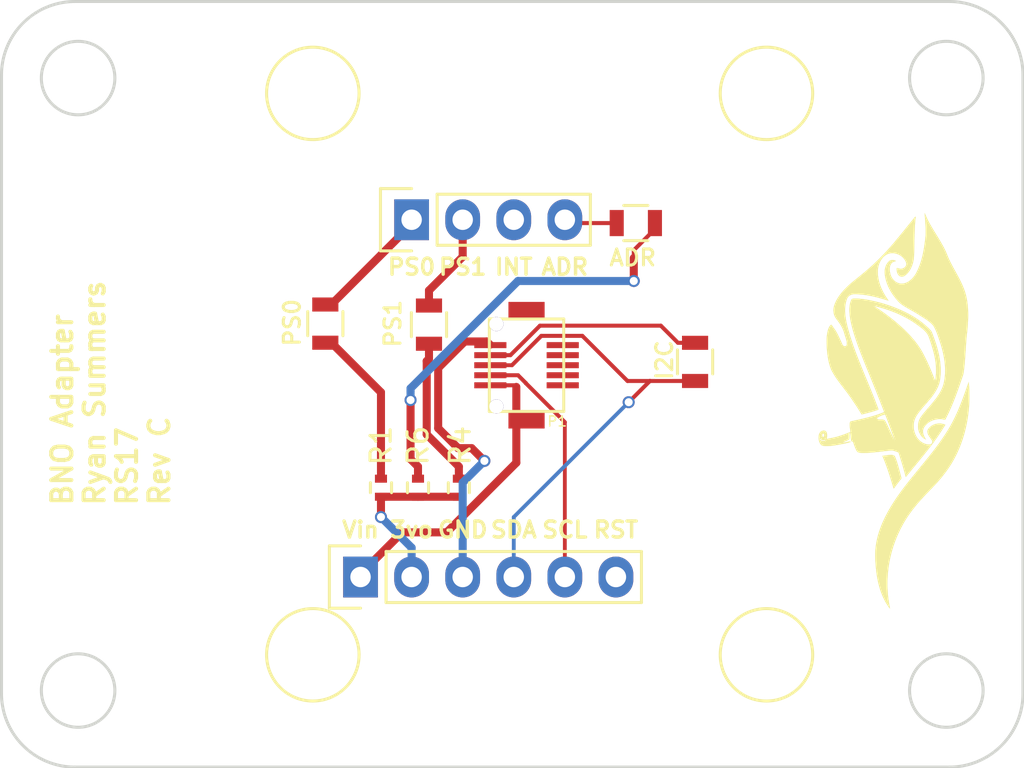
<source format=kicad_pcb>
(kicad_pcb (version 4) (host pcbnew 4.0.5-e0-6337~49~ubuntu16.04.1)

  (general
    (links 0)
    (no_connects 0)
    (area 103.785599 81.901203 154.735601 120.151205)
    (thickness 1.6)
    (drawings 35)
    (tracks 75)
    (zones 0)
    (modules 15)
    (nets 13)
  )

  (page A4)
  (layers
    (0 F.Cu signal)
    (31 B.Cu signal)
    (32 B.Adhes user)
    (33 F.Adhes user)
    (34 B.Paste user)
    (35 F.Paste user)
    (36 B.SilkS user)
    (37 F.SilkS user)
    (38 B.Mask user)
    (39 F.Mask user)
    (40 Dwgs.User user)
    (41 Cmts.User user)
    (42 Eco1.User user)
    (43 Eco2.User user)
    (44 Edge.Cuts user)
    (45 Margin user)
    (46 B.CrtYd user)
    (47 F.CrtYd user)
    (48 B.Fab user hide)
    (49 F.Fab user hide)
  )

  (setup
    (last_trace_width 0.2)
    (trace_clearance 0.17)
    (zone_clearance 0.508)
    (zone_45_only no)
    (trace_min 0.17)
    (segment_width 0.2)
    (edge_width 0.15)
    (via_size 0.6)
    (via_drill 0.4)
    (via_min_size 0.4)
    (via_min_drill 0.3)
    (uvia_size 0.3)
    (uvia_drill 0.1)
    (uvias_allowed no)
    (uvia_min_size 0.2)
    (uvia_min_drill 0.1)
    (pcb_text_width 0.3)
    (pcb_text_size 1.5 1.5)
    (mod_edge_width 0.15)
    (mod_text_size 1 1)
    (mod_text_width 0.15)
    (pad_size 1.524 1.524)
    (pad_drill 0.762)
    (pad_to_mask_clearance 0)
    (aux_axis_origin 0 0)
    (visible_elements FFFFFF7F)
    (pcbplotparams
      (layerselection 0x00030_80000001)
      (usegerberextensions false)
      (excludeedgelayer true)
      (linewidth 0.100000)
      (plotframeref false)
      (viasonmask false)
      (mode 1)
      (useauxorigin false)
      (hpglpennumber 1)
      (hpglpenspeed 20)
      (hpglpendiameter 15)
      (hpglpenoverlay 2)
      (psnegative false)
      (psa4output false)
      (plotreference true)
      (plotvalue true)
      (plotinvisibletext false)
      (padsonsilk false)
      (subtractmaskfromsilk false)
      (outputformat 1)
      (mirror false)
      (drillshape 1)
      (scaleselection 1)
      (outputdirectory ""))
  )

  (net 0 "")
  (net 1 /RX/SDA_0)
  (net 2 /SCL)
  (net 3 /Vbus)
  (net 4 /SDA_1)
  (net 5 GND)
  (net 6 /PS0)
  (net 7 /PS1)
  (net 8 /ADR)
  (net 9 /3v0)
  (net 10 "Net-(R1-Pad2)")
  (net 11 "Net-(R3-Pad1)")
  (net 12 "Net-(R5-Pad1)")

  (net_class Default "This is the default net class."
    (clearance 0.17)
    (trace_width 0.2)
    (via_dia 0.6)
    (via_drill 0.4)
    (uvia_dia 0.3)
    (uvia_drill 0.1)
    (add_net /3v0)
    (add_net /ADR)
    (add_net /PS0)
    (add_net /PS1)
    (add_net /RX/SDA_0)
    (add_net /SCL)
    (add_net /SDA_1)
    (add_net /Vbus)
    (add_net GND)
    (add_net "Net-(R1-Pad2)")
    (add_net "Net-(R3-Pad1)")
    (add_net "Net-(R5-Pad1)")
  )

  (module Pin_Headers:Pin_Header_Straight_1x04 (layer F.Cu) (tedit 58261359) (tstamp 58260DF9)
    (at 124.2568 92.837 90)
    (descr "Through hole pin header")
    (tags "pin header")
    (path /582606FE)
    (fp_text reference P2 (at 0 -5.1 90) (layer F.SilkS) hide
      (effects (font (size 1 1) (thickness 0.15)))
    )
    (fp_text value CONN_01X04 (at 0 -3.1 90) (layer F.Fab)
      (effects (font (size 1 1) (thickness 0.15)))
    )
    (fp_line (start -1.75 -1.75) (end -1.75 9.4) (layer F.CrtYd) (width 0.05))
    (fp_line (start 1.75 -1.75) (end 1.75 9.4) (layer F.CrtYd) (width 0.05))
    (fp_line (start -1.75 -1.75) (end 1.75 -1.75) (layer F.CrtYd) (width 0.05))
    (fp_line (start -1.75 9.4) (end 1.75 9.4) (layer F.CrtYd) (width 0.05))
    (fp_line (start -1.27 1.27) (end -1.27 8.89) (layer F.SilkS) (width 0.15))
    (fp_line (start 1.27 1.27) (end 1.27 8.89) (layer F.SilkS) (width 0.15))
    (fp_line (start 1.55 -1.55) (end 1.55 0) (layer F.SilkS) (width 0.15))
    (fp_line (start -1.27 8.89) (end 1.27 8.89) (layer F.SilkS) (width 0.15))
    (fp_line (start 1.27 1.27) (end -1.27 1.27) (layer F.SilkS) (width 0.15))
    (fp_line (start -1.55 0) (end -1.55 -1.55) (layer F.SilkS) (width 0.15))
    (fp_line (start -1.55 -1.55) (end 1.55 -1.55) (layer F.SilkS) (width 0.15))
    (pad 1 thru_hole rect (at 0 0 90) (size 2.032 1.7272) (drill 1.016) (layers *.Cu *.Mask)
      (net 6 /PS0))
    (pad 2 thru_hole oval (at 0 2.54 90) (size 2.032 1.7272) (drill 1.016) (layers *.Cu *.Mask)
      (net 7 /PS1))
    (pad 3 thru_hole oval (at 0 5.08 90) (size 2.032 1.7272) (drill 1.016) (layers *.Cu *.Mask))
    (pad 4 thru_hole oval (at 0 7.62 90) (size 2.032 1.7272) (drill 1.016) (layers *.Cu *.Mask)
      (net 8 /ADR))
    (model Pin_Headers.3dshapes/Pin_Header_Straight_1x04.wrl
      (at (xyz 0 -0.15 -0.07000000000000001))
      (scale (xyz 1 1 1))
      (rotate (xyz 0 180 90))
    )
  )

  (module Pin_Headers:Pin_Header_Straight_1x06 (layer F.Cu) (tedit 582616ED) (tstamp 58260E0E)
    (at 121.7168 110.617 90)
    (descr "Through hole pin header")
    (tags "pin header")
    (path /5826076A)
    (fp_text reference P3 (at 0 -5.1 90) (layer F.SilkS) hide
      (effects (font (size 1 1) (thickness 0.15)))
    )
    (fp_text value CONN_01X06 (at 0 -3.1 90) (layer F.Fab)
      (effects (font (size 1 1) (thickness 0.15)))
    )
    (fp_line (start -1.75 -1.75) (end -1.75 14.45) (layer F.CrtYd) (width 0.05))
    (fp_line (start 1.75 -1.75) (end 1.75 14.45) (layer F.CrtYd) (width 0.05))
    (fp_line (start -1.75 -1.75) (end 1.75 -1.75) (layer F.CrtYd) (width 0.05))
    (fp_line (start -1.75 14.45) (end 1.75 14.45) (layer F.CrtYd) (width 0.05))
    (fp_line (start 1.27 1.27) (end 1.27 13.97) (layer F.SilkS) (width 0.15))
    (fp_line (start 1.27 13.97) (end -1.27 13.97) (layer F.SilkS) (width 0.15))
    (fp_line (start -1.27 13.97) (end -1.27 1.27) (layer F.SilkS) (width 0.15))
    (fp_line (start 1.55 -1.55) (end 1.55 0) (layer F.SilkS) (width 0.15))
    (fp_line (start 1.27 1.27) (end -1.27 1.27) (layer F.SilkS) (width 0.15))
    (fp_line (start -1.55 0) (end -1.55 -1.55) (layer F.SilkS) (width 0.15))
    (fp_line (start -1.55 -1.55) (end 1.55 -1.55) (layer F.SilkS) (width 0.15))
    (pad 1 thru_hole rect (at 0 0 90) (size 2.032 1.7272) (drill 1.016) (layers *.Cu *.Mask)
      (net 3 /Vbus))
    (pad 2 thru_hole oval (at 0 2.54 90) (size 2.032 1.7272) (drill 1.016) (layers *.Cu *.Mask)
      (net 9 /3v0))
    (pad 3 thru_hole oval (at 0 5.08 90) (size 2.032 1.7272) (drill 1.016) (layers *.Cu *.Mask)
      (net 5 GND))
    (pad 4 thru_hole oval (at 0 7.62 90) (size 2.032 1.7272) (drill 1.016) (layers *.Cu *.Mask)
      (net 1 /RX/SDA_0))
    (pad 5 thru_hole oval (at 0 10.16 90) (size 2.032 1.7272) (drill 1.016) (layers *.Cu *.Mask)
      (net 2 /SCL))
    (pad 6 thru_hole oval (at 0 12.7 90) (size 2.032 1.7272) (drill 1.016) (layers *.Cu *.Mask))
    (model Pin_Headers.3dshapes/Pin_Header_Straight_1x06.wrl
      (at (xyz 0 -0.25 -0.07000000000000001))
      (scale (xyz 1 1 1))
      (rotate (xyz 0 180 90))
    )
  )

  (module Resistors_SMD:R_0402 (layer F.Cu) (tedit 5415CBB8) (tstamp 58260E36)
    (at 122.7328 106.172 90)
    (descr "Resistor SMD 0402, reflow soldering, Vishay (see dcrcw.pdf)")
    (tags "resistor 0402")
    (path /58264133)
    (attr smd)
    (fp_text reference R1 (at 2.0955 0 90) (layer F.SilkS)
      (effects (font (size 1 1) (thickness 0.15)))
    )
    (fp_text value 10k (at 0 1.8 90) (layer F.Fab)
      (effects (font (size 1 1) (thickness 0.15)))
    )
    (fp_line (start -0.95 -0.65) (end 0.95 -0.65) (layer F.CrtYd) (width 0.05))
    (fp_line (start -0.95 0.65) (end 0.95 0.65) (layer F.CrtYd) (width 0.05))
    (fp_line (start -0.95 -0.65) (end -0.95 0.65) (layer F.CrtYd) (width 0.05))
    (fp_line (start 0.95 -0.65) (end 0.95 0.65) (layer F.CrtYd) (width 0.05))
    (fp_line (start 0.25 -0.525) (end -0.25 -0.525) (layer F.SilkS) (width 0.15))
    (fp_line (start -0.25 0.525) (end 0.25 0.525) (layer F.SilkS) (width 0.15))
    (pad 1 smd rect (at -0.45 0 90) (size 0.4 0.6) (layers F.Cu F.Paste F.Mask)
      (net 9 /3v0))
    (pad 2 smd rect (at 0.45 0 90) (size 0.4 0.6) (layers F.Cu F.Paste F.Mask)
      (net 10 "Net-(R1-Pad2)"))
    (model Resistors_SMD.3dshapes/R_0402.wrl
      (at (xyz 0 0 0))
      (scale (xyz 1 1 1))
      (rotate (xyz 0 0 0))
    )
  )

  (module Resistors_SMD:R_0402 (layer F.Cu) (tedit 5415CBB8) (tstamp 58260E5A)
    (at 126.6063 106.172 90)
    (descr "Resistor SMD 0402, reflow soldering, Vishay (see dcrcw.pdf)")
    (tags "resistor 0402")
    (path /582640FC)
    (attr smd)
    (fp_text reference R4 (at 2.0955 0.0635 90) (layer F.SilkS)
      (effects (font (size 1 1) (thickness 0.15)))
    )
    (fp_text value 10k (at 0 1.8 90) (layer F.Fab)
      (effects (font (size 1 1) (thickness 0.15)))
    )
    (fp_line (start -0.95 -0.65) (end 0.95 -0.65) (layer F.CrtYd) (width 0.05))
    (fp_line (start -0.95 0.65) (end 0.95 0.65) (layer F.CrtYd) (width 0.05))
    (fp_line (start -0.95 -0.65) (end -0.95 0.65) (layer F.CrtYd) (width 0.05))
    (fp_line (start 0.95 -0.65) (end 0.95 0.65) (layer F.CrtYd) (width 0.05))
    (fp_line (start 0.25 -0.525) (end -0.25 -0.525) (layer F.SilkS) (width 0.15))
    (fp_line (start -0.25 0.525) (end 0.25 0.525) (layer F.SilkS) (width 0.15))
    (pad 1 smd rect (at -0.45 0 90) (size 0.4 0.6) (layers F.Cu F.Paste F.Mask)
      (net 9 /3v0))
    (pad 2 smd rect (at 0.45 0 90) (size 0.4 0.6) (layers F.Cu F.Paste F.Mask)
      (net 11 "Net-(R3-Pad1)"))
    (model Resistors_SMD.3dshapes/R_0402.wrl
      (at (xyz 0 0 0))
      (scale (xyz 1 1 1))
      (rotate (xyz 0 0 0))
    )
  )

  (module Resistors_SMD:R_0402 (layer F.Cu) (tedit 5415CBB8) (tstamp 58260E72)
    (at 124.5743 106.172 90)
    (descr "Resistor SMD 0402, reflow soldering, Vishay (see dcrcw.pdf)")
    (tags "resistor 0402")
    (path /582622FA)
    (attr smd)
    (fp_text reference R6 (at 2.0955 0 90) (layer F.SilkS)
      (effects (font (size 1 1) (thickness 0.15)))
    )
    (fp_text value 10k (at 0 1.8 90) (layer F.Fab)
      (effects (font (size 1 1) (thickness 0.15)))
    )
    (fp_line (start -0.95 -0.65) (end 0.95 -0.65) (layer F.CrtYd) (width 0.05))
    (fp_line (start -0.95 0.65) (end 0.95 0.65) (layer F.CrtYd) (width 0.05))
    (fp_line (start -0.95 -0.65) (end -0.95 0.65) (layer F.CrtYd) (width 0.05))
    (fp_line (start 0.95 -0.65) (end 0.95 0.65) (layer F.CrtYd) (width 0.05))
    (fp_line (start 0.25 -0.525) (end -0.25 -0.525) (layer F.SilkS) (width 0.15))
    (fp_line (start -0.25 0.525) (end 0.25 0.525) (layer F.SilkS) (width 0.15))
    (pad 1 smd rect (at -0.45 0 90) (size 0.4 0.6) (layers F.Cu F.Paste F.Mask)
      (net 9 /3v0))
    (pad 2 smd rect (at 0.45 0 90) (size 0.4 0.6) (layers F.Cu F.Paste F.Mask)
      (net 12 "Net-(R5-Pad1)"))
    (model Resistors_SMD.3dshapes/R_0402.wrl
      (at (xyz 0 0 0))
      (scale (xyz 1 1 1))
      (rotate (xyz 0 0 0))
    )
  )

  (module robosub_footprints:3mm-10pos-receptacle (layer F.Cu) (tedit 5844CDD2) (tstamp 589D1A99)
    (at 129.9718 100.076 90)
    (path /589D4228)
    (attr smd)
    (fp_text reference P1 (at -2.794 1.524 180) (layer F.SilkS)
      (effects (font (size 0.5 0.5) (thickness 0.075)))
    )
    (fp_text value Mezzanine-Header (at 0.254 3.556 90) (layer F.Fab)
      (effects (font (size 1 1) (thickness 0.15)))
    )
    (fp_line (start 2.3 1.85) (end 2.3 -1.85) (layer F.SilkS) (width 0.15))
    (fp_line (start -2.3 -1.85) (end 2.3 -1.85) (layer F.SilkS) (width 0.15))
    (fp_line (start -2.3 1.85) (end 2.3 1.85) (layer F.SilkS) (width 0.15))
    (fp_line (start -2.3 1.85) (end -2.3 -1.85) (layer F.SilkS) (width 0.15))
    (pad "" thru_hole circle (at 2.05 -1.5 90) (size 0.7 0.7) (drill 0.7) (layers *.Cu *.Mask))
    (pad "" thru_hole circle (at -2.05 -1.5 90) (size 0.7 0.7) (drill 0.7) (layers *.Cu *.Mask))
    (pad 6 smd rect (at 0 1.8 90) (size 0.3 1.6) (layers F.Cu F.Paste F.Mask))
    (pad 10 smd rect (at 1 1.8 90) (size 0.3 1.6) (layers F.Cu F.Paste F.Mask))
    (pad 8 smd rect (at 0.5 1.8 90) (size 0.3 1.6) (layers F.Cu F.Paste F.Mask))
    (pad 2 smd rect (at -1 1.8 90) (size 0.3 1.6) (layers F.Cu F.Paste F.Mask))
    (pad 4 smd rect (at -0.5 1.8 90) (size 0.3 1.6) (layers F.Cu F.Paste F.Mask))
    (pad 5 smd rect (at 0 -1.8 90) (size 0.3 1.6) (layers F.Cu F.Paste F.Mask)
      (net 1 /RX/SDA_0))
    (pad 3 smd rect (at -0.5 -1.8 90) (size 0.3 1.6) (layers F.Cu F.Paste F.Mask)
      (net 2 /SCL))
    (pad 1 smd rect (at -1 -1.8 90) (size 0.3 1.6) (layers F.Cu F.Paste F.Mask)
      (net 3 /Vbus))
    (pad 9 smd rect (at 1 -1.8 90) (size 0.3 1.6) (layers F.Cu F.Paste F.Mask)
      (net 5 GND))
    (pad 7 smd rect (at 0.5 -1.8 90) (size 0.3 1.6) (layers F.Cu F.Paste F.Mask)
      (net 4 /SDA_1))
    (pad "" smd rect (at 2.75 0 90) (size 0.8 1.8) (layers F.Cu F.Paste F.Mask))
    (pad "" smd rect (at -2.75 0 90) (size 0.8 1.8) (layers F.Cu F.Paste F.Mask))
    (model robosub.3dshapes/3mm-10pos-receptacle.wrl
      (at (xyz 0 0 0))
      (scale (xyz 0.4 0.4 0.4))
      (rotate (xyz -90 0 0))
    )
  )

  (module Resistors_SMD:R_0805 (layer F.Cu) (tedit 589D11F1) (tstamp 589D1AC6)
    (at 119.9642 98.0059 90)
    (descr "Resistor SMD 0805, reflow soldering, Vishay (see dcrcw.pdf)")
    (tags "resistor 0805")
    (path /58261EA4)
    (attr smd)
    (fp_text reference R2 (at 0 -2.1 90) (layer F.SilkS) hide
      (effects (font (size 1 1) (thickness 0.15)))
    )
    (fp_text value 0 (at 0 2.1 90) (layer F.Fab)
      (effects (font (size 1 1) (thickness 0.15)))
    )
    (fp_line (start -1 0.625) (end -1 -0.625) (layer F.Fab) (width 0.1))
    (fp_line (start 1 0.625) (end -1 0.625) (layer F.Fab) (width 0.1))
    (fp_line (start 1 -0.625) (end 1 0.625) (layer F.Fab) (width 0.1))
    (fp_line (start -1 -0.625) (end 1 -0.625) (layer F.Fab) (width 0.1))
    (fp_line (start -1.6 -1) (end 1.6 -1) (layer F.CrtYd) (width 0.05))
    (fp_line (start -1.6 1) (end 1.6 1) (layer F.CrtYd) (width 0.05))
    (fp_line (start -1.6 -1) (end -1.6 1) (layer F.CrtYd) (width 0.05))
    (fp_line (start 1.6 -1) (end 1.6 1) (layer F.CrtYd) (width 0.05))
    (fp_line (start 0.6 0.875) (end -0.6 0.875) (layer F.SilkS) (width 0.15))
    (fp_line (start -0.6 -0.875) (end 0.6 -0.875) (layer F.SilkS) (width 0.15))
    (pad 1 smd rect (at -0.95 0 90) (size 0.7 1.3) (layers F.Cu F.Paste F.Mask)
      (net 10 "Net-(R1-Pad2)"))
    (pad 2 smd rect (at 0.95 0 90) (size 0.7 1.3) (layers F.Cu F.Paste F.Mask)
      (net 6 /PS0))
    (model Resistors_SMD.3dshapes/R_0805.wrl
      (at (xyz 0 0 0))
      (scale (xyz 1 1 1))
      (rotate (xyz 0 0 0))
    )
  )

  (module Resistors_SMD:R_0805 (layer F.Cu) (tedit 589D140D) (tstamp 589D1AD5)
    (at 125.1204 98.0567 90)
    (descr "Resistor SMD 0805, reflow soldering, Vishay (see dcrcw.pdf)")
    (tags "resistor 0805")
    (path /589D3633)
    (attr smd)
    (fp_text reference R3 (at 0 -2.1 90) (layer F.SilkS) hide
      (effects (font (size 1 1) (thickness 0.15)))
    )
    (fp_text value 0 (at 0 2.1 90) (layer F.Fab)
      (effects (font (size 1 1) (thickness 0.15)))
    )
    (fp_line (start -1 0.625) (end -1 -0.625) (layer F.Fab) (width 0.1))
    (fp_line (start 1 0.625) (end -1 0.625) (layer F.Fab) (width 0.1))
    (fp_line (start 1 -0.625) (end 1 0.625) (layer F.Fab) (width 0.1))
    (fp_line (start -1 -0.625) (end 1 -0.625) (layer F.Fab) (width 0.1))
    (fp_line (start -1.6 -1) (end 1.6 -1) (layer F.CrtYd) (width 0.05))
    (fp_line (start -1.6 1) (end 1.6 1) (layer F.CrtYd) (width 0.05))
    (fp_line (start -1.6 -1) (end -1.6 1) (layer F.CrtYd) (width 0.05))
    (fp_line (start 1.6 -1) (end 1.6 1) (layer F.CrtYd) (width 0.05))
    (fp_line (start 0.6 0.875) (end -0.6 0.875) (layer F.SilkS) (width 0.15))
    (fp_line (start -0.6 -0.875) (end 0.6 -0.875) (layer F.SilkS) (width 0.15))
    (pad 1 smd rect (at -0.95 0 90) (size 0.7 1.3) (layers F.Cu F.Paste F.Mask)
      (net 11 "Net-(R3-Pad1)"))
    (pad 2 smd rect (at 0.95 0 90) (size 0.7 1.3) (layers F.Cu F.Paste F.Mask)
      (net 7 /PS1))
    (model Resistors_SMD.3dshapes/R_0805.wrl
      (at (xyz 0 0 0))
      (scale (xyz 1 1 1))
      (rotate (xyz 0 0 0))
    )
  )

  (module Resistors_SMD:R_0805 (layer F.Cu) (tedit 589D11EE) (tstamp 589D1AE4)
    (at 135.4074 93.0021 180)
    (descr "Resistor SMD 0805, reflow soldering, Vishay (see dcrcw.pdf)")
    (tags "resistor 0805")
    (path /589D3689)
    (attr smd)
    (fp_text reference R5 (at 0.315 -2.286 180) (layer F.SilkS) hide
      (effects (font (size 1 1) (thickness 0.15)))
    )
    (fp_text value 0 (at 0 2.1 180) (layer F.Fab)
      (effects (font (size 1 1) (thickness 0.15)))
    )
    (fp_line (start -1 0.625) (end -1 -0.625) (layer F.Fab) (width 0.1))
    (fp_line (start 1 0.625) (end -1 0.625) (layer F.Fab) (width 0.1))
    (fp_line (start 1 -0.625) (end 1 0.625) (layer F.Fab) (width 0.1))
    (fp_line (start -1 -0.625) (end 1 -0.625) (layer F.Fab) (width 0.1))
    (fp_line (start -1.6 -1) (end 1.6 -1) (layer F.CrtYd) (width 0.05))
    (fp_line (start -1.6 1) (end 1.6 1) (layer F.CrtYd) (width 0.05))
    (fp_line (start -1.6 -1) (end -1.6 1) (layer F.CrtYd) (width 0.05))
    (fp_line (start 1.6 -1) (end 1.6 1) (layer F.CrtYd) (width 0.05))
    (fp_line (start 0.6 0.875) (end -0.6 0.875) (layer F.SilkS) (width 0.15))
    (fp_line (start -0.6 -0.875) (end 0.6 -0.875) (layer F.SilkS) (width 0.15))
    (pad 1 smd rect (at -0.95 0 180) (size 0.7 1.3) (layers F.Cu F.Paste F.Mask)
      (net 12 "Net-(R5-Pad1)"))
    (pad 2 smd rect (at 0.95 0 180) (size 0.7 1.3) (layers F.Cu F.Paste F.Mask)
      (net 8 /ADR))
    (model Resistors_SMD.3dshapes/R_0805.wrl
      (at (xyz 0 0 0))
      (scale (xyz 1 1 1))
      (rotate (xyz 0 0 0))
    )
  )

  (module Resistors_SMD:R_0805 (layer F.Cu) (tedit 589D1416) (tstamp 589D1AF3)
    (at 138.3538 99.9109 270)
    (descr "Resistor SMD 0805, reflow soldering, Vishay (see dcrcw.pdf)")
    (tags "resistor 0805")
    (path /589D3DAE)
    (attr smd)
    (fp_text reference R7 (at 0 -2.1 270) (layer F.SilkS) hide
      (effects (font (size 1 1) (thickness 0.15)))
    )
    (fp_text value 0 (at 0 2.1 270) (layer F.Fab)
      (effects (font (size 1 1) (thickness 0.15)))
    )
    (fp_line (start -1 0.625) (end -1 -0.625) (layer F.Fab) (width 0.1))
    (fp_line (start 1 0.625) (end -1 0.625) (layer F.Fab) (width 0.1))
    (fp_line (start 1 -0.625) (end 1 0.625) (layer F.Fab) (width 0.1))
    (fp_line (start -1 -0.625) (end 1 -0.625) (layer F.Fab) (width 0.1))
    (fp_line (start -1.6 -1) (end 1.6 -1) (layer F.CrtYd) (width 0.05))
    (fp_line (start -1.6 1) (end 1.6 1) (layer F.CrtYd) (width 0.05))
    (fp_line (start -1.6 -1) (end -1.6 1) (layer F.CrtYd) (width 0.05))
    (fp_line (start 1.6 -1) (end 1.6 1) (layer F.CrtYd) (width 0.05))
    (fp_line (start 0.6 0.875) (end -0.6 0.875) (layer F.SilkS) (width 0.15))
    (fp_line (start -0.6 -0.875) (end 0.6 -0.875) (layer F.SilkS) (width 0.15))
    (pad 1 smd rect (at -0.95 0 270) (size 0.7 1.3) (layers F.Cu F.Paste F.Mask)
      (net 4 /SDA_1))
    (pad 2 smd rect (at 0.95 0 270) (size 0.7 1.3) (layers F.Cu F.Paste F.Mask)
      (net 1 /RX/SDA_0))
    (model Resistors_SMD.3dshapes/R_0805.wrl
      (at (xyz 0 0 0))
      (scale (xyz 1 1 1))
      (rotate (xyz 0 0 0))
    )
  )

  (module robosub_footprints:3mm-support (layer F.Cu) (tedit 58B1B9D1) (tstamp 58B1CD5F)
    (at 141.9042 86.548204)
    (path /589D2B8C)
    (fp_text reference P4 (at 3.81 1.27) (layer F.SilkS) hide
      (effects (font (size 1 1) (thickness 0.15)))
    )
    (fp_text value Spacer (at 0 -0.5) (layer F.Fab)
      (effects (font (size 1 1) (thickness 0.15)))
    )
    (fp_circle (center 0 0) (end 2.3 0) (layer F.SilkS) (width 0.15))
    (pad "" np_thru_hole circle (at 0 0) (size 2.5 2.5) (drill 2.5) (layers *.Cu *.Mask))
    (model robosub.3dshapes/3mm-support.wrl
      (at (xyz 0 0 0.118))
      (scale (xyz 0.4 0.4 0.4))
      (rotate (xyz 90 0 0))
    )
  )

  (module robosub_footprints:3mm-support (layer F.Cu) (tedit 58B1B9D1) (tstamp 58B1CD65)
    (at 119.3442 114.488204)
    (path /58B1EC87)
    (fp_text reference P5 (at 3.81 1.27) (layer F.SilkS) hide
      (effects (font (size 1 1) (thickness 0.15)))
    )
    (fp_text value Spacer (at 0 -0.5) (layer F.Fab)
      (effects (font (size 1 1) (thickness 0.15)))
    )
    (fp_circle (center 0 0) (end 2.3 0) (layer F.SilkS) (width 0.15))
    (pad "" np_thru_hole circle (at 0 0) (size 2.5 2.5) (drill 2.5) (layers *.Cu *.Mask))
    (model robosub.3dshapes/3mm-support.wrl
      (at (xyz 0 0 0.118))
      (scale (xyz 0.4 0.4 0.4))
      (rotate (xyz 90 0 0))
    )
  )

  (module robosub_footprints:3mm-support (layer F.Cu) (tedit 58B1B9D1) (tstamp 58B1CD6B)
    (at 119.3442 86.548204)
    (path /58B1ECCB)
    (fp_text reference P6 (at 3.81 1.27) (layer F.SilkS) hide
      (effects (font (size 1 1) (thickness 0.15)))
    )
    (fp_text value Spacer (at 0 -0.5) (layer F.Fab)
      (effects (font (size 1 1) (thickness 0.15)))
    )
    (fp_circle (center 0 0) (end 2.3 0) (layer F.SilkS) (width 0.15))
    (pad "" np_thru_hole circle (at 0 0) (size 2.5 2.5) (drill 2.5) (layers *.Cu *.Mask))
    (model robosub.3dshapes/3mm-support.wrl
      (at (xyz 0 0 0.118))
      (scale (xyz 0.4 0.4 0.4))
      (rotate (xyz 90 0 0))
    )
  )

  (module robosub_footprints:3mm-support (layer F.Cu) (tedit 58B1B9D1) (tstamp 58B1CD71)
    (at 141.9042 114.488204)
    (path /58B1ED0E)
    (fp_text reference P7 (at 3.81 1.27) (layer F.SilkS) hide
      (effects (font (size 1 1) (thickness 0.15)))
    )
    (fp_text value Spacer (at 0 -0.5) (layer F.Fab)
      (effects (font (size 1 1) (thickness 0.15)))
    )
    (fp_circle (center 0 0) (end 2.3 0) (layer F.SilkS) (width 0.15))
    (pad "" np_thru_hole circle (at 0 0) (size 2.5 2.5) (drill 2.5) (layers *.Cu *.Mask))
    (model robosub.3dshapes/3mm-support.wrl
      (at (xyz 0 0 0.118))
      (scale (xyz 0.4 0.4 0.4))
      (rotate (xyz 90 0 0))
    )
  )

  (module robosub_footprints:robosub_logo-large (layer F.Cu) (tedit 0) (tstamp 58B1D052)
    (at 148.4884 102.2096 90)
    (fp_text reference G*** (at 0 0 90) (layer F.SilkS) hide
      (effects (font (thickness 0.3)))
    )
    (fp_text value LOGO (at 0.75 0 90) (layer F.SilkS) hide
      (effects (font (thickness 0.3)))
    )
    (fp_poly (pts (xy -7.261044 -1.173558) (xy -7.216409 -1.173151) (xy -7.176417 -1.172342) (xy -7.139394 -1.171046)
      (xy -7.103663 -1.169181) (xy -7.067549 -1.166662) (xy -7.029374 -1.163407) (xy -6.987463 -1.15933)
      (xy -6.953069 -1.155737) (xy -6.798723 -1.135898) (xy -6.643232 -1.109171) (xy -6.486482 -1.075507)
      (xy -6.328358 -1.034861) (xy -6.168746 -0.987184) (xy -6.00753 -0.93243) (xy -5.844595 -0.870552)
      (xy -5.679828 -0.801502) (xy -5.513113 -0.725234) (xy -5.344336 -0.641699) (xy -5.173382 -0.550852)
      (xy -5.000137 -0.452644) (xy -4.824485 -0.347029) (xy -4.646312 -0.23396) (xy -4.54 -0.16376)
      (xy -4.473866 -0.119145) (xy -4.408044 -0.074063) (xy -4.34216 -0.028229) (xy -4.275843 0.018641)
      (xy -4.208721 0.066833) (xy -4.140419 0.116631) (xy -4.070568 0.168321) (xy -3.998793 0.222186)
      (xy -3.924722 0.278513) (xy -3.847983 0.337585) (xy -3.768204 0.399689) (xy -3.685012 0.465108)
      (xy -3.598035 0.534128) (xy -3.506899 0.607033) (xy -3.411234 0.684109) (xy -3.310665 0.76564)
      (xy -3.204821 0.851911) (xy -3.1 0.937735) (xy -3.00952 1.011928) (xy -2.924831 1.081296)
      (xy -2.845576 1.146127) (xy -2.771393 1.20671) (xy -2.701924 1.263332) (xy -2.636809 1.316283)
      (xy -2.575688 1.36585) (xy -2.518201 1.412322) (xy -2.463989 1.455987) (xy -2.412692 1.497134)
      (xy -2.36395 1.536051) (xy -2.317403 1.573027) (xy -2.272692 1.608349) (xy -2.229457 1.642306)
      (xy -2.187339 1.675187) (xy -2.145977 1.70728) (xy -2.105012 1.738873) (xy -2.064084 1.770255)
      (xy -2.022834 1.801713) (xy -2.012 1.809949) (xy -1.885049 1.905148) (xy -1.75763 1.998236)
      (xy -1.630439 2.088745) (xy -1.504173 2.176209) (xy -1.37953 2.26016) (xy -1.257207 2.34013)
      (xy -1.1379 2.415652) (xy -1.022306 2.486258) (xy -0.911122 2.551481) (xy -0.88 2.569211)
      (xy -0.786719 2.620795) (xy -0.68703 2.67369) (xy -0.582278 2.727222) (xy -0.473806 2.780721)
      (xy -0.362959 2.833516) (xy -0.25108 2.884933) (xy -0.223726 2.897217) (xy -0.137439 2.935197)
      (xy -0.046941 2.973869) (xy 0.048098 3.01336) (xy 0.148007 3.053796) (xy 0.253115 3.095303)
      (xy 0.363753 3.138007) (xy 0.480248 3.182034) (xy 0.60293 3.227512) (xy 0.732129 3.274564)
      (xy 0.868175 3.323319) (xy 1.011395 3.373902) (xy 1.116 3.410432) (xy 1.150846 3.42255)
      (xy 1.183459 3.433895) (xy 1.213041 3.444188) (xy 1.238793 3.453153) (xy 1.259918 3.460511)
      (xy 1.275618 3.465985) (xy 1.285097 3.469297) (xy 1.287572 3.470169) (xy 1.291477 3.472956)
      (xy 1.291242 3.474091) (xy 1.28623 3.475429) (xy 1.274016 3.477113) (xy 1.25539 3.479086)
      (xy 1.231138 3.481295) (xy 1.202051 3.483685) (xy 1.168915 3.4862) (xy 1.132519 3.488786)
      (xy 1.093653 3.49139) (xy 1.053103 3.493955) (xy 1.01166 3.496427) (xy 0.97011 3.498751)
      (xy 0.929242 3.500874) (xy 0.889846 3.502739) (xy 0.86 3.504006) (xy 0.829138 3.504998)
      (xy 0.791569 3.505807) (xy 0.748582 3.506436) (xy 0.701466 3.506884) (xy 0.651511 3.507152)
      (xy 0.600008 3.507242) (xy 0.548247 3.507152) (xy 0.497516 3.506886) (xy 0.449106 3.506442)
      (xy 0.404307 3.505822) (xy 0.364409 3.505026) (xy 0.330701 3.504054) (xy 0.322 3.503729)
      (xy 0.097961 3.4913) (xy -0.124556 3.471964) (xy -0.345248 3.445803) (xy -0.563813 3.412897)
      (xy -0.779948 3.373328) (xy -0.99335 3.327177) (xy -1.203716 3.274524) (xy -1.410742 3.215451)
      (xy -1.614127 3.150037) (xy -1.813567 3.078365) (xy -2.00876 3.000515) (xy -2.199401 2.916568)
      (xy -2.38519 2.826605) (xy -2.56 2.733935) (xy -2.6526 2.681628) (xy -2.741593 2.629175)
      (xy -2.828195 2.575769) (xy -2.913619 2.520603) (xy -2.999079 2.462868) (xy -3.085791 2.401757)
      (xy -3.174968 2.336463) (xy -3.267824 2.266179) (xy -3.296 2.244448) (xy -3.344157 2.206941)
      (xy -3.390333 2.170488) (xy -3.435047 2.13463) (xy -3.478819 2.098908) (xy -3.522168 2.062861)
      (xy -3.565614 2.026029) (xy -3.609676 1.987953) (xy -3.654873 1.948173) (xy -3.701725 1.906229)
      (xy -3.750752 1.861662) (xy -3.802472 1.814011) (xy -3.857406 1.762816) (xy -3.916072 1.707619)
      (xy -3.97899 1.647958) (xy -4.04668 1.583375) (xy -4.093756 1.538277) (xy -4.163558 1.471379)
      (xy -4.228079 1.409689) (xy -4.287749 1.352819) (xy -4.343001 1.300377) (xy -4.394267 1.251973)
      (xy -4.441978 1.207217) (xy -4.486567 1.165718) (xy -4.528466 1.127087) (xy -4.568106 1.090933)
      (xy -4.60592 1.056866) (xy -4.642338 1.024495) (xy -4.677794 0.993431) (xy -4.712719 0.963283)
      (xy -4.747545 0.93366) (xy -4.782704 0.904172) (xy -4.818628 0.87443) (xy -4.855748 0.844043)
      (xy -4.894497 0.81262) (xy -4.916 0.795285) (xy -5.039476 0.69779) (xy -5.160011 0.606509)
      (xy -5.278692 0.520743) (xy -5.396605 0.439791) (xy -5.514833 0.362954) (xy -5.634462 0.289532)
      (xy -5.756578 0.218826) (xy -5.882266 0.150135) (xy -6.012611 0.08276) (xy -6.05 0.06408)
      (xy -6.24818 -0.029849) (xy -6.449086 -0.116429) (xy -6.652488 -0.195615) (xy -6.858154 -0.267361)
      (xy -7.065852 -0.331622) (xy -7.27535 -0.388351) (xy -7.486415 -0.437504) (xy -7.698817 -0.479034)
      (xy -7.912323 -0.512895) (xy -8.126702 -0.539043) (xy -8.341721 -0.557431) (xy -8.557149 -0.568014)
      (xy -8.772754 -0.570745) (xy -8.988303 -0.56558) (xy -9.186 -0.553842) (xy -9.356537 -0.538091)
      (xy -9.527748 -0.516962) (xy -9.697133 -0.4908) (xy -9.854113 -0.461592) (xy -9.887651 -0.454824)
      (xy -9.914171 -0.449538) (xy -9.934491 -0.445601) (xy -9.949427 -0.442884) (xy -9.959799 -0.441257)
      (xy -9.966424 -0.440589) (xy -9.97012 -0.440749) (xy -9.971703 -0.441607) (xy -9.972001 -0.442778)
      (xy -9.968668 -0.448848) (xy -9.959015 -0.458678) (xy -9.943555 -0.471873) (xy -9.922804 -0.488038)
      (xy -9.897278 -0.506779) (xy -9.86749 -0.527699) (xy -9.833956 -0.550405) (xy -9.81746 -0.56131)
      (xy -9.694822 -0.637286) (xy -9.565979 -0.708329) (xy -9.431063 -0.774391) (xy -9.290206 -0.835423)
      (xy -9.143538 -0.891377) (xy -8.991193 -0.942205) (xy -8.8333 -0.987858) (xy -8.669991 -1.028287)
      (xy -8.501399 -1.063444) (xy -8.410964 -1.07975) (xy -8.263748 -1.10291) (xy -8.111218 -1.123098)
      (xy -7.955353 -1.140147) (xy -7.798134 -1.153887) (xy -7.641539 -1.164148) (xy -7.48755 -1.170763)
      (xy -7.338145 -1.173561) (xy -7.312 -1.173646) (xy -7.261044 -1.173558)) (layer F.SilkS) (width 0.01))
    (fp_poly (pts (xy 6.83964 -0.701523) (xy 6.915379 -0.692123) (xy 6.988567 -0.676261) (xy 7.058336 -0.654094)
      (xy 7.123812 -0.625776) (xy 7.136 -0.619555) (xy 7.170853 -0.599629) (xy 7.205302 -0.576846)
      (xy 7.238273 -0.552139) (xy 7.268693 -0.526441) (xy 7.295486 -0.500687) (xy 7.31758 -0.475808)
      (xy 7.333899 -0.452739) (xy 7.339189 -0.442957) (xy 7.355834 -0.39904) (xy 7.365201 -0.352717)
      (xy 7.367241 -0.305011) (xy 7.361904 -0.256943) (xy 7.350348 -0.213024) (xy 7.34284 -0.192798)
      (xy 7.334521 -0.173358) (xy 7.326408 -0.156907) (xy 7.319519 -0.145651) (xy 7.318869 -0.144811)
      (xy 7.314101 -0.142318) (xy 7.310355 -0.146759) (xy 7.308279 -0.15708) (xy 7.308061 -0.162488)
      (xy 7.306609 -0.17617) (xy 7.302766 -0.195074) (xy 7.297147 -0.217009) (xy 7.290369 -0.239786)
      (xy 7.283048 -0.261212) (xy 7.2758 -0.279097) (xy 7.274457 -0.281966) (xy 7.253273 -0.316963)
      (xy 7.22517 -0.349083) (xy 7.190854 -0.377875) (xy 7.151029 -0.402888) (xy 7.106402 -0.423671)
      (xy 7.057675 -0.439773) (xy 7.012295 -0.449658) (xy 6.985529 -0.452943) (xy 6.95326 -0.454984)
      (xy 6.917885 -0.455775) (xy 6.881804 -0.455311) (xy 6.847416 -0.453585) (xy 6.817121 -0.450593)
      (xy 6.813763 -0.450133) (xy 6.786898 -0.445797) (xy 6.756061 -0.439976) (xy 6.723199 -0.433113)
      (xy 6.690259 -0.42565) (xy 6.659188 -0.41803) (xy 6.631931 -0.410696) (xy 6.610437 -0.404092)
      (xy 6.60865 -0.403478) (xy 6.547927 -0.378538) (xy 6.489152 -0.346937) (xy 6.433377 -0.309492)
      (xy 6.381653 -0.267023) (xy 6.335032 -0.220349) (xy 6.294564 -0.170288) (xy 6.278082 -0.146)
      (xy 6.247645 -0.092079) (xy 6.22291 -0.035126) (xy 6.204677 0.022866) (xy 6.197801 0.054)
      (xy 6.193885 0.084475) (xy 6.192175 0.120161) (xy 6.192583 0.158604) (xy 6.19502 0.197348)
      (xy 6.199399 0.233941) (xy 6.205371 0.264867) (xy 6.226675 0.335784) (xy 6.255754 0.405092)
      (xy 6.292524 0.472665) (xy 6.336898 0.538376) (xy 6.388793 0.6021) (xy 6.448122 0.663712)
      (xy 6.514799 0.723085) (xy 6.518 0.725725) (xy 6.556789 0.756785) (xy 6.593668 0.784384)
      (xy 6.630261 0.809549) (xy 6.66819 0.833303) (xy 6.709081 0.856669) (xy 6.754556 0.880674)
      (xy 6.798 0.902329) (xy 6.893016 0.946955) (xy 6.989521 0.988702) (xy 7.088064 1.027719)
      (xy 7.189194 1.064153) (xy 7.29346 1.09815) (xy 7.40141 1.129857) (xy 7.513594 1.159422)
      (xy 7.63056 1.186992) (xy 7.752858 1.212713) (xy 7.881036 1.236733) (xy 8.015644 1.259198)
      (xy 8.15723 1.280256) (xy 8.262 1.294395) (xy 8.319598 1.301839) (xy 8.370232 1.308289)
      (xy 8.414868 1.313815) (xy 8.454471 1.318488) (xy 8.490007 1.322377) (xy 8.52244 1.325553)
      (xy 8.552735 1.328083) (xy 8.581859 1.33004) (xy 8.610777 1.331491) (xy 8.640453 1.332508)
      (xy 8.671854 1.33316) (xy 8.705944 1.333516) (xy 8.74369 1.333647) (xy 8.786055 1.333623)
      (xy 8.804 1.333586) (xy 8.840625 1.33347) (xy 8.874133 1.33327) (xy 8.905315 1.332949)
      (xy 8.934967 1.332471) (xy 8.96388 1.331796) (xy 8.992849 1.330889) (xy 9.022665 1.329711)
      (xy 9.054124 1.328225) (xy 9.088017 1.326394) (xy 9.125138 1.32418) (xy 9.166281 1.321546)
      (xy 9.212238 1.318455) (xy 9.263803 1.314868) (xy 9.32177 1.310749) (xy 9.386 1.306127)
      (xy 9.425819 1.303267) (xy 9.464698 1.300505) (xy 9.501596 1.297913) (xy 9.535473 1.295562)
      (xy 9.565289 1.293525) (xy 9.590003 1.291873) (xy 9.608576 1.290678) (xy 9.618 1.290116)
      (xy 9.638432 1.28888) (xy 9.658178 1.2875) (xy 9.674489 1.286176) (xy 9.682 1.285435)
      (xy 9.692144 1.284605) (xy 9.697244 1.285098) (xy 9.6969 1.287158) (xy 9.690711 1.291032)
      (xy 9.678276 1.296963) (xy 9.659196 1.305196) (xy 9.633069 1.315976) (xy 9.63 1.317226)
      (xy 9.538171 1.356187) (xy 9.4433 1.399651) (xy 9.34492 1.447858) (xy 9.242564 1.501043)
      (xy 9.135767 1.559445) (xy 9.024063 1.623303) (xy 8.984 1.646821) (xy 8.962845 1.659408)
      (xy 8.93575 1.675673) (xy 8.903583 1.695087) (xy 8.867211 1.717121) (xy 8.827499 1.741249)
      (xy 8.785314 1.766942) (xy 8.741523 1.793673) (xy 8.696993 1.820913) (xy 8.65259 1.848134)
      (xy 8.609181 1.87481) (xy 8.567632 1.900411) (xy 8.564 1.902653) (xy 8.455309 1.969179)
      (xy 8.352607 2.030854) (xy 8.255631 2.08782) (xy 8.164116 2.140217) (xy 8.0778 2.188188)
      (xy 7.99642 2.231873) (xy 7.919713 2.271413) (xy 7.847414 2.30695) (xy 7.779262 2.338625)
      (xy 7.714992 2.366578) (xy 7.654343 2.390952) (xy 7.65169 2.391968) (xy 7.603147 2.410912)
      (xy 7.554368 2.430747) (xy 7.504849 2.451723) (xy 7.454084 2.474088) (xy 7.401572 2.498091)
      (xy 7.346808 2.523983) (xy 7.289287 2.552013) (xy 7.228507 2.582429) (xy 7.163962 2.615481)
      (xy 7.09515 2.651418) (xy 7.021567 2.69049) (xy 6.942707 2.732945) (xy 6.858069 2.779034)
      (xy 6.767147 2.829004) (xy 6.758 2.834053) (xy 6.667467 2.883752) (xy 6.58306 2.929461)
      (xy 6.504155 2.971489) (xy 6.430131 3.010143) (xy 6.360363 3.04573) (xy 6.29423 3.078558)
      (xy 6.231107 3.108934) (xy 6.170374 3.137165) (xy 6.111405 3.16356) (xy 6.05358 3.188425)
      (xy 5.996274 3.212067) (xy 5.974 3.220996) (xy 5.854351 3.265574) (xy 5.732624 3.304891)
      (xy 5.608093 3.339105) (xy 5.480031 3.368373) (xy 5.347713 3.392855) (xy 5.210412 3.412707)
      (xy 5.067401 3.428089) (xy 4.996 3.433969) (xy 4.974605 3.435387) (xy 4.947822 3.436881)
      (xy 4.916786 3.438411) (xy 4.882632 3.439938) (xy 4.846496 3.441421) (xy 4.809512 3.442822)
      (xy 4.772816 3.444099) (xy 4.737543 3.445213) (xy 4.704829 3.446124) (xy 4.675808 3.446792)
      (xy 4.651616 3.447178) (xy 4.633389 3.447241) (xy 4.624 3.447039) (xy 4.613715 3.446694)
      (xy 4.597321 3.446289) (xy 4.576706 3.445864) (xy 4.55376 3.44546) (xy 4.542 3.445278)
      (xy 4.484941 3.444012) (xy 4.421768 3.441847) (xy 4.353795 3.438873) (xy 4.282338 3.435177)
      (xy 4.20871 3.43085) (xy 4.134228 3.42598) (xy 4.060204 3.420656) (xy 3.987955 3.414968)
      (xy 3.918795 3.409005) (xy 3.854038 3.402856) (xy 3.795 3.396609) (xy 3.756 3.392005)
      (xy 3.712965 3.386785) (xy 3.669235 3.38176) (xy 3.624282 3.376888) (xy 3.577578 3.372127)
      (xy 3.528595 3.367433) (xy 3.476805 3.362764) (xy 3.421681 3.358078) (xy 3.362695 3.353331)
      (xy 3.299319 3.348481) (xy 3.231024 3.343485) (xy 3.157284 3.338301) (xy 3.07757 3.332886)
      (xy 2.991354 3.327197) (xy 2.898109 3.321191) (xy 2.816 3.315999) (xy 2.711125 3.309313)
      (xy 2.613664 3.302882) (xy 2.523035 3.296653) (xy 2.438655 3.290574) (xy 2.359945 3.284593)
      (xy 2.286323 3.278658) (xy 2.217207 3.272717) (xy 2.152017 3.266719) (xy 2.09017 3.260611)
      (xy 2.031086 3.254342) (xy 1.974184 3.247859) (xy 1.918882 3.24111) (xy 1.864599 3.234044)
      (xy 1.810754 3.226608) (xy 1.802 3.225361) (xy 1.702 3.21105) (xy 1.452 3.127074)
      (xy 1.295642 3.074167) (xy 1.146596 3.022927) (xy 1.004391 2.973172) (xy 0.868555 2.924722)
      (xy 0.738616 2.877393) (xy 0.614103 2.831003) (xy 0.494544 2.785372) (xy 0.379469 2.740317)
      (xy 0.268405 2.695657) (xy 0.160881 2.651209) (xy 0.056426 2.606791) (xy -0.045433 2.562222)
      (xy -0.145165 2.51732) (xy -0.228 2.479045) (xy -0.256232 2.465723) (xy -0.287129 2.450927)
      (xy -0.319889 2.43506) (xy -0.353708 2.418524) (xy -0.387782 2.401723) (xy -0.421307 2.38506)
      (xy -0.453481 2.368939) (xy -0.483499 2.353762) (xy -0.510558 2.339932) (xy -0.533854 2.327854)
      (xy -0.552583 2.317929) (xy -0.565942 2.310561) (xy -0.573127 2.306154) (xy -0.573928 2.305501)
      (xy -0.578609 2.295654) (xy -0.579838 2.279676) (xy -0.577684 2.258618) (xy -0.572217 2.233531)
      (xy -0.568274 2.21984) (xy -0.563047 2.202711) (xy -0.559079 2.188552) (xy -0.556105 2.175658)
      (xy -0.553859 2.162322) (xy -0.552074 2.146838) (xy -0.550484 2.1275) (xy -0.548825 2.102601)
      (xy -0.548038 2.09) (xy -0.546564 2.009012) (xy -0.551975 1.928168) (xy -0.563996 1.848148)
      (xy -0.582356 1.769633) (xy -0.606783 1.693306) (xy -0.637002 1.619847) (xy -0.672742 1.549939)
      (xy -0.71373 1.484263) (xy -0.759694 1.423499) (xy -0.81036 1.368331) (xy -0.851911 1.330508)
      (xy -0.900808 1.292034) (xy -0.94743 1.2607) (xy -0.992391 1.236185) (xy -1.036302 1.218168)
      (xy -1.079775 1.206328) (xy -1.093521 1.203819) (xy -1.114596 1.201647) (xy -1.141133 1.200732)
      (xy -1.170707 1.200991) (xy -1.200893 1.202338) (xy -1.229267 1.204691) (xy -1.253404 1.207965)
      (xy -1.262 1.209663) (xy -1.310173 1.222866) (xy -1.361402 1.24119) (xy -1.413525 1.263688)
      (xy -1.464379 1.289418) (xy -1.511801 1.317434) (xy -1.518 1.321456) (xy -1.533532 1.331298)
      (xy -1.546474 1.338819) (xy -1.555499 1.343297) (xy -1.559282 1.344008) (xy -1.5593 1.343966)
      (xy -1.5582 1.338387) (xy -1.553763 1.327482) (xy -1.546774 1.312779) (xy -1.538017 1.295809)
      (xy -1.528279 1.278101) (xy -1.518344 1.261185) (xy -1.510311 1.248541) (xy -1.472422 1.198662)
      (xy -1.427861 1.152237) (xy -1.377357 1.109687) (xy -1.321642 1.071434) (xy -1.261445 1.037898)
      (xy -1.197498 1.009502) (xy -1.13053 0.986666) (xy -1.061272 0.969812) (xy -1.013695 0.962043)
      (xy -0.961297 0.957313) (xy -0.904686 0.955993) (xy -0.84662 0.957971) (xy -0.789853 0.963135)
      (xy -0.737144 0.971376) (xy -0.726 0.973669) (xy -0.658252 0.991618) (xy -0.59132 1.015709)
      (xy -0.527237 1.0451) (xy -0.46804 1.078944) (xy -0.460498 1.083833) (xy -0.42747 1.106467)
      (xy -0.388951 1.134491) (xy -0.345178 1.167711) (xy -0.29639 1.205935) (xy -0.242825 1.248971)
      (xy -0.184723 1.296625) (xy -0.122322 1.348704) (xy -0.055861 1.405016) (xy 0.014423 1.465369)
      (xy 0.052 1.497935) (xy 0.124261 1.560415) (xy 0.191356 1.61771) (xy 0.253819 1.670244)
      (xy 0.312188 1.718441) (xy 0.366997 1.762727) (xy 0.418783 1.803527) (xy 0.468082 1.841265)
      (xy 0.515428 1.876367) (xy 0.561359 1.909256) (xy 0.60641 1.940359) (xy 0.63 1.956188)
      (xy 0.71186 2.008364) (xy 0.793917 2.056328) (xy 0.875372 2.0997) (xy 0.955427 2.138097)
      (xy 1.033284 2.171138) (xy 1.108145 2.198441) (xy 1.179212 2.219625) (xy 1.182841 2.220566)
      (xy 1.31405 2.25059) (xy 1.448066 2.273879) (xy 1.585155 2.290449) (xy 1.725583 2.300317)
      (xy 1.869614 2.303501) (xy 2.017516 2.300015) (xy 2.169553 2.289879) (xy 2.214 2.285742)
      (xy 2.351199 2.269577) (xy 2.493386 2.24774) (xy 2.64002 2.220339) (xy 2.790561 2.187486)
      (xy 2.94447 2.149289) (xy 3.101204 2.10586) (xy 3.109741 2.103367) (xy 3.13299 2.096356)
      (xy 3.162768 2.087052) (xy 3.198049 2.075798) (xy 3.23781 2.062937) (xy 3.281023 2.048811)
      (xy 3.326666 2.033764) (xy 3.373712 2.018137) (xy 3.421137 2.002273) (xy 3.467916 1.986515)
      (xy 3.513023 1.971206) (xy 3.555434 1.956688) (xy 3.594124 1.943304) (xy 3.628068 1.931396)
      (xy 3.65624 1.921307) (xy 3.674 1.914751) (xy 3.74504 1.887292) (xy 3.811917 1.860055)
      (xy 3.874167 1.833266) (xy 3.931331 1.807148) (xy 3.982946 1.781924) (xy 4.028551 1.757819)
      (xy 4.067686 1.735055) (xy 4.099889 1.713857) (xy 4.12 1.698468) (xy 4.154648 1.668278)
      (xy 4.188996 1.635595) (xy 4.223413 1.599946) (xy 4.258267 1.560855) (xy 4.293927 1.517847)
      (xy 4.330762 1.470449) (xy 4.369141 1.418184) (xy 4.409432 1.360579) (xy 4.452005 1.297159)
      (xy 4.497227 1.227449) (xy 4.545469 1.150974) (xy 4.546077 1.15) (xy 4.565609 1.118729)
      (xy 4.586539 1.085353) (xy 4.607747 1.051648) (xy 4.628113 1.019389) (xy 4.646519 0.990352)
      (xy 4.661846 0.966312) (xy 4.662046 0.966) (xy 4.68125 0.935809) (xy 4.699406 0.906792)
      (xy 4.717127 0.87791) (xy 4.735026 0.848123) (xy 4.753713 0.816394) (xy 4.773802 0.781684)
      (xy 4.795904 0.742955) (xy 4.820632 0.699168) (xy 4.845961 0.654) (xy 4.884826 0.584747)
      (xy 4.920319 0.522016) (xy 4.952784 0.465245) (xy 4.982568 0.413871) (xy 5.010016 0.367334)
      (xy 5.035473 0.325071) (xy 5.059285 0.286519) (xy 5.081796 0.251118) (xy 5.103354 0.218305)
      (xy 5.124301 0.187518) (xy 5.144986 0.158195) (xy 5.165751 0.129775) (xy 5.179092 0.112)
      (xy 5.197135 0.088655) (xy 5.214148 0.067801) (xy 5.231311 0.04819) (xy 5.249806 0.028573)
      (xy 5.270811 0.007703) (xy 5.295507 -0.015668) (xy 5.325074 -0.042787) (xy 5.328 -0.045441)
      (xy 5.438856 -0.141574) (xy 5.551258 -0.230435) (xy 5.665064 -0.311957) (xy 5.780133 -0.386069)
      (xy 5.896323 -0.452704) (xy 6.013491 -0.511794) (xy 6.131495 -0.563269) (xy 6.250194 -0.607061)
      (xy 6.369446 -0.643101) (xy 6.489108 -0.671322) (xy 6.609039 -0.691654) (xy 6.684 -0.700319)
      (xy 6.762224 -0.704307) (xy 6.83964 -0.701523)) (layer F.SilkS) (width 0.01))
    (fp_poly (pts (xy -1.399592 -3.987745) (xy -1.346102 -3.978704) (xy -1.296033 -3.964349) (xy -1.250511 -3.944611)
      (xy -1.244 -3.941102) (xy -1.220927 -3.925824) (xy -1.19751 -3.905998) (xy -1.175664 -3.883585)
      (xy -1.157304 -3.860548) (xy -1.144434 -3.839041) (xy -1.130847 -3.803097) (xy -1.122904 -3.765395)
      (xy -1.120877 -3.728049) (xy -1.125038 -3.693174) (xy -1.125442 -3.691411) (xy -1.135718 -3.661588)
      (xy -1.151647 -3.636272) (xy -1.173608 -3.615147) (xy -1.201978 -3.597899) (xy -1.237134 -3.584212)
      (xy -1.262 -3.577495) (xy -1.283978 -3.573829) (xy -1.312013 -3.571411) (xy -1.344261 -3.570228)
      (xy -1.378881 -3.570266) (xy -1.414028 -3.571514) (xy -1.447859 -3.573956) (xy -1.478533 -3.577581)
      (xy -1.488 -3.579096) (xy -1.506076 -3.582163) (xy -1.520947 -3.584571) (xy -1.531038 -3.586072)
      (xy -1.534764 -3.586431) (xy -1.534704 -3.582043) (xy -1.53312 -3.570679) (xy -1.530185 -3.553182)
      (xy -1.526067 -3.530397) (xy -1.520936 -3.503165) (xy -1.514963 -3.472331) (xy -1.508317 -3.438737)
      (xy -1.501169 -3.403226) (xy -1.493688 -3.366643) (xy -1.486044 -3.32983) (xy -1.478408 -3.29363)
      (xy -1.470949 -3.258886) (xy -1.463838 -3.226443) (xy -1.457243 -3.197142) (xy -1.451337 -3.171828)
      (xy -1.450418 -3.168) (xy -1.427457 -3.079195) (xy -1.399883 -2.983966) (xy -1.367726 -2.882405)
      (xy -1.331013 -2.774602) (xy -1.293983 -2.672) (xy -1.280122 -2.634746) (xy -1.266193 -2.597727)
      (xy -1.252505 -2.561726) (xy -1.239364 -2.527527) (xy -1.227077 -2.495911) (xy -1.21595 -2.467661)
      (xy -1.206289 -2.443561) (xy -1.198403 -2.424392) (xy -1.192597 -2.410937) (xy -1.189178 -2.40398)
      (xy -1.188686 -2.403298) (xy -1.183883 -2.402881) (xy -1.172984 -2.403858) (xy -1.15773 -2.40603)
      (xy -1.144 -2.408412) (xy -1.083458 -2.418896) (xy -1.024439 -2.427598) (xy -0.967749 -2.434464)
      (xy -0.914196 -2.439438) (xy -0.864586 -2.442468) (xy -0.819728 -2.443498) (xy -0.780427 -2.442476)
      (xy -0.747491 -2.439346) (xy -0.73 -2.436184) (xy -0.707667 -2.429365) (xy -0.688266 -2.420122)
      (xy -0.673668 -2.409482) (xy -0.667285 -2.401712) (xy -0.665031 -2.395395) (xy -0.66137 -2.382112)
      (xy -0.656508 -2.362736) (xy -0.650651 -2.338138) (xy -0.644002 -2.309187) (xy -0.636767 -2.276756)
      (xy -0.629151 -2.241716) (xy -0.624525 -2.22) (xy -0.589955 -2.05964) (xy -0.555703 -1.907185)
      (xy -0.521744 -1.762552) (xy -0.488056 -1.625653) (xy -0.454612 -1.496404) (xy -0.42139 -1.374717)
      (xy -0.388365 -1.260508) (xy -0.355511 -1.153689) (xy -0.322806 -1.054176) (xy -0.290225 -0.961883)
      (xy -0.257743 -0.876722) (xy -0.225337 -0.79861) (xy -0.217046 -0.779727) (xy -0.194708 -0.729454)
      (xy 0.097646 -0.842234) (xy 0.208582 -0.885115) (xy 0.317696 -0.927472) (xy 0.425656 -0.96957)
      (xy 0.53313 -1.011677) (xy 0.640785 -1.054058) (xy 0.74929 -1.096981) (xy 0.859313 -1.140711)
      (xy 0.971522 -1.185517) (xy 1.086585 -1.231663) (xy 1.122186 -1.246) (xy 5.084 -1.246)
      (xy 5.086 -1.244) (xy 5.088 -1.246) (xy 5.086 -1.248) (xy 5.084 -1.246)
      (xy 1.122186 -1.246) (xy 1.20517 -1.279418) (xy 1.327945 -1.329046) (xy 1.455578 -1.380816)
      (xy 1.588737 -1.434994) (xy 1.728091 -1.491846) (xy 1.836 -1.53596) (xy 1.949019 -1.582149)
      (xy 2.055144 -1.625405) (xy 2.154848 -1.665913) (xy 2.248607 -1.703856) (xy 2.336893 -1.739419)
      (xy 2.42018 -1.772787) (xy 2.498942 -1.804142) (xy 2.573653 -1.833671) (xy 2.644786 -1.861556)
      (xy 2.712816 -1.887983) (xy 2.778216 -1.913134) (xy 2.841459 -1.937196) (xy 2.903021 -1.960351)
      (xy 2.963374 -1.982785) (xy 3.022992 -2.004681) (xy 3.08235 -2.026223) (xy 3.14192 -2.047596)
      (xy 3.202178 -2.068985) (xy 3.25 -2.08581) (xy 3.412093 -2.141489) (xy 3.567754 -2.1926)
      (xy 3.717104 -2.23916) (xy 3.860266 -2.281186) (xy 3.997362 -2.318697) (xy 4.128514 -2.35171)
      (xy 4.253846 -2.380242) (xy 4.373478 -2.404311) (xy 4.487534 -2.423935) (xy 4.596136 -2.43913)
      (xy 4.699406 -2.449915) (xy 4.797467 -2.456306) (xy 4.89044 -2.458322) (xy 4.978449 -2.455981)
      (xy 5.061615 -2.449298) (xy 5.140061 -2.438293) (xy 5.213909 -2.422982) (xy 5.283281 -2.403383)
      (xy 5.336 -2.384486) (xy 5.365865 -2.372155) (xy 5.38884 -2.361382) (xy 5.405769 -2.351682)
      (xy 5.417496 -2.342567) (xy 5.424864 -2.333552) (xy 5.425114 -2.333129) (xy 5.429211 -2.323592)
      (xy 5.434011 -2.308675) (xy 5.438754 -2.290864) (xy 5.440979 -2.281129) (xy 5.443629 -2.26787)
      (xy 5.445666 -2.255015) (xy 5.447166 -2.241242) (xy 5.448208 -2.225227) (xy 5.448868 -2.205649)
      (xy 5.449226 -2.181182) (xy 5.449357 -2.150505) (xy 5.449363 -2.138) (xy 5.447519 -2.054913)
      (xy 5.442014 -1.964859) (xy 5.432867 -1.867977) (xy 5.420094 -1.764407) (xy 5.403715 -1.654285)
      (xy 5.383747 -1.537751) (xy 5.360208 -1.414941) (xy 5.346221 -1.347023) (xy 5.302488 -1.153168)
      (xy 5.25316 -0.959874) (xy 5.198489 -0.767803) (xy 5.138728 -0.57762) (xy 5.074129 -0.389985)
      (xy 5.004944 -0.205562) (xy 4.931425 -0.025013) (xy 4.853825 0.150999) (xy 4.772397 0.321812)
      (xy 4.687391 0.486763) (xy 4.599062 0.64519) (xy 4.566796 0.7) (xy 4.496082 0.814502)
      (xy 4.422273 0.926559) (xy 4.345936 1.035444) (xy 4.267638 1.140431) (xy 4.187948 1.240795)
      (xy 4.107433 1.335809) (xy 4.026661 1.424748) (xy 3.946201 1.506886) (xy 3.903794 1.547491)
      (xy 3.882838 1.566991) (xy 3.865347 1.582786) (xy 3.850027 1.595676) (xy 3.835582 1.606459)
      (xy 3.820715 1.615933) (xy 3.804131 1.624898) (xy 3.784534 1.634151) (xy 3.760629 1.644491)
      (xy 3.731119 1.656716) (xy 3.717535 1.662281) (xy 3.69025 1.673139) (xy 3.656407 1.686102)
      (xy 3.617059 1.700802) (xy 3.573256 1.716867) (xy 3.526047 1.73393) (xy 3.476486 1.75162)
      (xy 3.425621 1.769567) (xy 3.374504 1.787402) (xy 3.324185 1.804756) (xy 3.275716 1.821259)
      (xy 3.230146 1.836541) (xy 3.188527 1.850233) (xy 3.15191 1.861964) (xy 3.134 1.867535)
      (xy 2.959281 1.918339) (xy 2.78869 1.962308) (xy 2.622201 1.999443) (xy 2.459788 2.029747)
      (xy 2.301426 2.053222) (xy 2.14709 2.069869) (xy 1.996754 2.079692) (xy 1.850394 2.082692)
      (xy 1.707984 2.078872) (xy 1.569499 2.068234) (xy 1.434914 2.050781) (xy 1.311918 2.028157)
      (xy 1.240095 2.01009) (xy 1.164643 1.985588) (xy 1.086239 1.954958) (xy 1.00556 1.918508)
      (xy 0.923285 1.876545) (xy 0.840089 1.829377) (xy 0.794575 1.800974) (xy 1.36294 1.800974)
      (xy 1.369003 1.804049) (xy 1.381355 1.807691) (xy 1.399164 1.811756) (xy 1.421598 1.816103)
      (xy 1.447825 1.820588) (xy 1.477011 1.82507) (xy 1.508325 1.829406) (xy 1.540933 1.833452)
      (xy 1.574004 1.837068) (xy 1.606 1.84005) (xy 1.633458 1.842373) (xy 1.659275 1.844567)
      (xy 1.682031 1.84651) (xy 1.700307 1.848083) (xy 1.712682 1.849162) (xy 1.716 1.849459)
      (xy 1.72381 1.849783) (xy 1.738679 1.850027) (xy 1.759665 1.850188) (xy 1.785826 1.850266)
      (xy 1.816222 1.850259) (xy 1.849909 1.850163) (xy 1.885949 1.849978) (xy 1.904 1.849855)
      (xy 1.951804 1.849419) (xy 1.992764 1.848842) (xy 2.028036 1.848082) (xy 2.058776 1.847094)
      (xy 2.086139 1.845836) (xy 2.111281 1.844266) (xy 2.135358 1.842339) (xy 2.15422 1.840555)
      (xy 2.25572 1.829137) (xy 2.356679 1.815241) (xy 2.457884 1.798684) (xy 2.560124 1.779281)
      (xy 2.664189 1.756851) (xy 2.770867 1.731209) (xy 2.880947 1.702174) (xy 2.995218 1.669561)
      (xy 3.114468 1.633187) (xy 3.239487 1.59287) (xy 3.282 1.578717) (xy 3.346011 1.557148)
      (xy 3.40276 1.537802) (xy 3.452625 1.520539) (xy 3.495987 1.505217) (xy 3.533225 1.491698)
      (xy 3.56472 1.479842) (xy 3.590852 1.469508) (xy 3.612 1.460557) (xy 3.628544 1.452849)
      (xy 3.639502 1.447037) (xy 3.695032 1.412094) (xy 3.750197 1.371212) (xy 3.805364 1.324045)
      (xy 3.8609 1.270249) (xy 3.917172 1.209479) (xy 3.974546 1.141391) (xy 4.002592 1.106)
      (xy 4.022901 1.079573) (xy 4.046315 1.048563) (xy 4.072027 1.014083) (xy 4.099229 0.977243)
      (xy 4.127112 0.939155) (xy 4.154868 0.900933) (xy 4.18169 0.863688) (xy 4.20677 0.828531)
      (xy 4.229299 0.796575) (xy 4.248469 0.768932) (xy 4.261439 0.749778) (xy 4.361035 0.593656)
      (xy 4.456171 0.431052) (xy 4.546748 0.262193) (xy 4.632666 0.087305) (xy 4.713826 -0.093388)
      (xy 4.790127 -0.279657) (xy 4.86147 -0.471278) (xy 4.927756 -0.668025) (xy 4.988885 -0.869671)
      (xy 5.011966 -0.952) (xy 5.019011 -0.97808) (xy 5.026643 -1.006957) (xy 5.034623 -1.037672)
      (xy 5.042714 -1.069265) (xy 5.050677 -1.100777) (xy 5.058276 -1.131246) (xy 5.065272 -1.159715)
      (xy 5.071428 -1.185222) (xy 5.076506 -1.206807) (xy 5.080269 -1.223511) (xy 5.082477 -1.234374)
      (xy 5.082906 -1.238427) (xy 5.080341 -1.23571) (xy 5.074018 -1.227213) (xy 5.064572 -1.213844)
      (xy 5.052639 -1.196508) (xy 5.038852 -1.176113) (xy 5.030111 -1.163019) (xy 4.907349 -0.981479)
      (xy 4.784077 -0.805491) (xy 4.660486 -0.63529) (xy 4.536766 -0.47111) (xy 4.413109 -0.313187)
      (xy 4.289706 -0.161755) (xy 4.166747 -0.017049) (xy 4.044425 0.120696) (xy 3.922929 0.251244)
      (xy 3.802452 0.374361) (xy 3.694 0.479614) (xy 3.608233 0.559589) (xy 3.526167 0.633744)
      (xy 3.446902 0.702808) (xy 3.369542 0.767507) (xy 3.293187 0.828568) (xy 3.216939 0.886719)
      (xy 3.139901 0.942687) (xy 3.061174 0.997199) (xy 3.024 1.022083) (xy 2.98097 1.050234)
      (xy 2.938875 1.076996) (xy 2.896843 1.102855) (xy 2.854001 1.128299) (xy 2.809478 1.153816)
      (xy 2.762402 1.179893) (xy 2.711899 1.207017) (xy 2.657099 1.235675) (xy 2.597128 1.266356)
      (xy 2.531116 1.299546) (xy 2.498 1.316029) (xy 2.385652 1.370918) (xy 2.272855 1.424233)
      (xy 2.158604 1.476409) (xy 2.041894 1.527876) (xy 1.921722 1.579068) (xy 1.797084 1.630418)
      (xy 1.666975 1.682357) (xy 1.530391 1.735318) (xy 1.48 1.754506) (xy 1.451817 1.765193)
      (xy 1.425897 1.775031) (xy 1.40323 1.783642) (xy 1.384808 1.79065) (xy 1.371624 1.795677)
      (xy 1.364669 1.798346) (xy 1.364 1.798609) (xy 1.36294 1.800974) (xy 0.794575 1.800974)
      (xy 0.756652 1.777309) (xy 0.752 1.774264) (xy 0.715887 1.750226) (xy 0.680291 1.725797)
      (xy 0.644645 1.70053) (xy 0.608383 1.673977) (xy 0.570939 1.645691) (xy 0.531747 1.615225)
      (xy 0.490242 1.58213) (xy 0.445856 1.54596) (xy 0.398023 1.506268) (xy 0.346179 1.462605)
      (xy 0.289757 1.414525) (xy 0.22819 1.36158) (xy 0.21 1.345864) (xy 0.163811 1.306006)
      (xy 0.117928 1.266577) (xy 0.072976 1.228106) (xy 0.029581 1.191121) (xy -0.011634 1.156151)
      (xy -0.050042 1.123726) (xy -0.08502 1.094373) (xy -0.115941 1.068621) (xy -0.142181 1.047)
      (xy -0.163116 1.030039) (xy -0.165704 1.027973) (xy -0.242419 0.969377) (xy -0.316449 0.917937)
      (xy -0.38821 0.873433) (xy -0.458115 0.835646) (xy -0.526582 0.804356) (xy -0.594023 0.779345)
      (xy -0.660854 0.760392) (xy -0.68 0.756037) (xy -0.71949 0.749016) (xy -0.764783 0.743451)
      (xy -0.813802 0.739429) (xy -0.86447 0.737037) (xy -0.914708 0.736361) (xy -0.962439 0.737489)
      (xy -1.005583 0.740508) (xy -1.017971 0.741874) (xy -1.102709 0.755275) (xy -1.183109 0.774477)
      (xy -1.260806 0.799957) (xy -1.337437 0.832195) (xy -1.354495 0.84033) (xy -1.42071 0.875555)
      (xy -1.480979 0.914121) (xy -1.537078 0.957294) (xy -1.590787 1.006339) (xy -1.598088 1.013616)
      (xy -1.650104 1.071215) (xy -1.695462 1.132421) (xy -1.733934 1.196772) (xy -1.765293 1.263806)
      (xy -1.789311 1.333059) (xy -1.805759 1.40407) (xy -1.811975 1.448019) (xy -1.813955 1.485506)
      (xy -1.812097 1.522609) (xy -1.806685 1.557648) (xy -1.798006 1.588946) (xy -1.786343 1.614826)
      (xy -1.782639 1.620787) (xy -1.76875 1.636003) (xy -1.749593 1.649624) (xy -1.727902 1.659937)
      (xy -1.713628 1.664077) (xy -1.686046 1.66671) (xy -1.656811 1.663317) (xy -1.625463 1.653716)
      (xy -1.591543 1.637724) (xy -1.554594 1.615161) (xy -1.514155 1.585844) (xy -1.512 1.584172)
      (xy -1.492346 1.569473) (xy -1.468358 1.552464) (xy -1.441753 1.534276) (xy -1.414243 1.51604)
      (xy -1.387543 1.49889) (xy -1.363367 1.483955) (xy -1.343429 1.472368) (xy -1.339018 1.469974)
      (xy -1.288638 1.446337) (xy -1.240655 1.43032) (xy -1.19503 1.421921) (xy -1.15172 1.42114)
      (xy -1.110687 1.427977) (xy -1.071888 1.44243) (xy -1.035284 1.4645) (xy -1.032794 1.466338)
      (xy -0.980281 1.510465) (xy -0.932997 1.5602) (xy -0.891171 1.614905) (xy -0.85503 1.673943)
      (xy -0.824805 1.736677) (xy -0.800724 1.802469) (xy -0.783016 1.870681) (xy -0.771909 1.940676)
      (xy -0.767634 2.011816) (xy -0.770418 2.083464) (xy -0.78049 2.154983) (xy -0.782297 2.164)
      (xy -0.786665 2.182717) (xy -0.792385 2.203839) (xy -0.799005 2.226035) (xy -0.806071 2.247975)
      (xy -0.813126 2.26833) (xy -0.819718 2.285768) (xy -0.825392 2.298959) (xy -0.829694 2.306574)
      (xy -0.83145 2.307912) (xy -0.835509 2.305892) (xy -0.84527 2.300327) (xy -0.859624 2.291868)
      (xy -0.877463 2.281169) (xy -0.897681 2.268883) (xy -0.898 2.268687) (xy -0.93774 2.244172)
      (xy -0.982472 2.216208) (xy -1.030565 2.185836) (xy -1.080393 2.154098) (xy -1.130325 2.122037)
      (xy -1.178733 2.090693) (xy -1.223988 2.061108) (xy -1.264 2.034632) (xy -1.325644 1.993271)
      (xy -1.386676 1.95178) (xy -1.447438 1.909899) (xy -1.508269 1.867365) (xy -1.569508 1.823921)
      (xy -1.631496 1.779304) (xy -1.694573 1.733255) (xy -1.759078 1.685514) (xy -1.825351 1.63582)
      (xy -1.893732 1.583912) (xy -1.964561 1.52953) (xy -2.038178 1.472415) (xy -2.114922 1.412305)
      (xy -2.195134 1.34894) (xy -2.279154 1.28206) (xy -2.36732 1.211405) (xy -2.459974 1.136713)
      (xy -2.557454 1.057726) (xy -2.660101 0.974182) (xy -2.768255 0.885821) (xy -2.836 0.830327)
      (xy -2.88159 0.792971) (xy -2.928769 0.754354) (xy -2.976703 0.715158) (xy -3.024556 0.676063)
      (xy -3.071492 0.637751) (xy -3.116678 0.600904) (xy -3.159276 0.566202) (xy -3.198454 0.534327)
      (xy -3.233374 0.50596) (xy -3.263201 0.481784) (xy -3.271135 0.475366) (xy -3.301747 0.450544)
      (xy -3.330354 0.427202) (xy -3.356375 0.405827) (xy -3.379224 0.386906) (xy -3.398318 0.370924)
      (xy -3.413073 0.358369) (xy -3.422905 0.349726) (xy -3.427231 0.345484) (xy -3.427383 0.345166)
      (xy -3.423442 0.343444) (xy -3.412647 0.339989) (xy -3.395895 0.335054) (xy -3.374082 0.328894)
      (xy -3.348103 0.321761) (xy -3.318854 0.313911) (xy -3.294248 0.307427) (xy -3.171249 0.274652)
      (xy -3.044092 0.239535) (xy -2.912211 0.201913) (xy -2.775041 0.161619) (xy -2.632014 0.118488)
      (xy -2.482567 0.072356) (xy -2.395262 0.04496) (xy -2.208523 -0.013963) (xy -2.183839 -0.077982)
      (xy -2.16932 -0.116548) (xy -2.155386 -0.155289) (xy -2.142459 -0.192916) (xy -2.136912 -0.209911)
      (xy -1.616874 -0.209911) (xy -1.61584 -0.208999) (xy -1.609452 -0.209958) (xy -1.608 -0.21023)
      (xy -1.600015 -0.212253) (xy -1.585816 -0.216369) (xy -1.566785 -0.222155) (xy -1.544303 -0.22919)
      (xy -1.519751 -0.237053) (xy -1.514 -0.23892) (xy -1.471641 -0.252892) (xy -1.424609 -0.26874)
      (xy -1.373458 -0.286259) (xy -1.318743 -0.305243) (xy -1.261019 -0.325488) (xy -1.20084 -0.34679)
      (xy -1.138762 -0.368944) (xy -1.075338 -0.391745) (xy -1.011124 -0.414988) (xy -0.946673 -0.438469)
      (xy -0.882541 -0.461983) (xy -0.819282 -0.485325) (xy -0.757451 -0.508291) (xy -0.697602 -0.530677)
      (xy -0.640291 -0.552276) (xy -0.58607 -0.572885) (xy -0.535497 -0.592299) (xy -0.489123 -0.610314)
      (xy -0.447506 -0.626724) (xy -0.411198 -0.641325) (xy -0.380756 -0.653912) (xy -0.356732 -0.66428)
      (xy -0.339683 -0.672226) (xy -0.339102 -0.672517) (xy -0.329565 -0.677321) (xy -0.323034 -0.681507)
      (xy -0.319353 -0.686439) (xy -0.318362 -0.693482) (xy -0.319904 -0.704002) (xy -0.323822 -0.719363)
      (xy -0.329956 -0.74093) (xy -0.330834 -0.744) (xy -0.342272 -0.781083) (xy -0.355644 -0.819395)
      (xy -0.370538 -0.858114) (xy -0.386543 -0.896416) (xy -0.403248 -0.933478) (xy -0.420241 -0.968475)
      (xy -0.437112 -1.000584) (xy -0.453449 -1.028981) (xy -0.468841 -1.052843) (xy -0.482876 -1.071347)
      (xy -0.495144 -1.083667) (xy -0.502735 -1.08828) (xy -0.514812 -1.088843) (xy -0.527481 -1.082243)
      (xy -0.540021 -1.069205) (xy -0.551714 -1.050459) (xy -0.56088 -1.029419) (xy -0.563481 -1.021646)
      (xy -0.565563 -1.013417) (xy -0.567217 -1.003642) (xy -0.568536 -0.991235) (xy -0.569614 -0.975108)
      (xy -0.570542 -0.954173) (xy -0.571414 -0.927342) (xy -0.57226 -0.896) (xy -0.573322 -0.858541)
      (xy -0.574522 -0.828026) (xy -0.576048 -0.803397) (xy -0.578088 -0.783599) (xy -0.580829 -0.767574)
      (xy -0.584461 -0.754267) (xy -0.58917 -0.742621) (xy -0.595145 -0.731579) (xy -0.602572 -0.720086)
      (xy -0.603886 -0.718167) (xy -0.609713 -0.71043) (xy -0.616634 -0.702945) (xy -0.625319 -0.695305)
      (xy -0.636435 -0.687103) (xy -0.650651 -0.677933) (xy -0.668637 -0.667388) (xy -0.69106 -0.655061)
      (xy -0.71859 -0.640546) (xy -0.751894 -0.623436) (xy -0.791643 -0.603325) (xy -0.798 -0.600126)
      (xy -0.82185 -0.588134) (xy -0.843455 -0.577288) (xy -0.863384 -0.567319) (xy -0.882204 -0.557959)
      (xy -0.900483 -0.548939) (xy -0.918787 -0.539991) (xy -0.937684 -0.530844) (xy -0.957743 -0.521232)
      (xy -0.979529 -0.510885) (xy -1.003611 -0.499534) (xy -1.030555 -0.486911) (xy -1.060931 -0.472748)
      (xy -1.095304 -0.456775) (xy -1.134242 -0.438723) (xy -1.178313 -0.418325) (xy -1.228085 -0.395311)
      (xy -1.284124 -0.369413) (xy -1.330808 -0.347842) (xy -1.373307 -0.328165) (xy -1.414133 -0.309182)
      (xy -1.45263 -0.291204) (xy -1.488141 -0.274541) (xy -1.520009 -0.259504) (xy -1.547578 -0.246403)
      (xy -1.57019 -0.235549) (xy -1.58719 -0.227252) (xy -1.597919 -0.221822) (xy -1.600808 -0.220231)
      (xy -1.612036 -0.213415) (xy -1.616874 -0.209911) (xy -2.136912 -0.209911) (xy -2.130961 -0.228142)
      (xy -2.121314 -0.259679) (xy -2.113939 -0.286239) (xy -2.109685 -0.304369) (xy -2.105989 -0.327139)
      (xy -2.104524 -0.349732) (xy -2.105073 -0.37588) (xy -2.105294 -0.379958) (xy -2.106518 -0.396297)
      (xy -2.108718 -0.419995) (xy -2.11183 -0.450482) (xy -2.115788 -0.487184) (xy -2.120529 -0.529531)
      (xy -2.125986 -0.57695) (xy -2.132094 -0.628869) (xy -2.138789 -0.684717) (xy -2.146006 -0.743921)
      (xy -2.15368 -0.805909) (xy -2.15394 -0.808) (xy -2.169023 -0.931797) (xy -2.182424 -1.048001)
      (xy -2.194162 -1.156837) (xy -2.204255 -1.258532) (xy -2.21272 -1.353308) (xy -2.219576 -1.441393)
      (xy -2.22484 -1.52301) (xy -2.228529 -1.598385) (xy -2.230663 -1.667743) (xy -2.231257 -1.731309)
      (xy -2.230641 -1.778) (xy -2.228808 -1.83206) (xy -2.226059 -1.87892) (xy -2.222284 -1.91934)
      (xy -2.217371 -1.954081) (xy -2.211208 -1.983903) (xy -2.203684 -2.009565) (xy -2.194687 -2.031828)
      (xy -2.192838 -2.035664) (xy -2.183554 -2.050954) (xy -2.170872 -2.065456) (xy -2.153943 -2.079808)
      (xy -2.131914 -2.09465) (xy -2.103936 -2.11062) (xy -2.07 -2.127946) (xy -2.0384 -2.143066)
      (xy -2.00677 -2.157365) (xy -1.973941 -2.171301) (xy -1.93874 -2.185335) (xy -1.899997 -2.199926)
      (xy -1.85654 -2.215533) (xy -1.807198 -2.232615) (xy -1.777374 -2.242723) (xy -1.664747 -2.280657)
      (xy -1.668374 -2.293302) (xy -1.671382 -2.30701) (xy -1.670442 -2.317347) (xy -1.664745 -2.327439)
      (xy -1.657273 -2.336279) (xy -1.646646 -2.34672) (xy -1.634737 -2.355379) (xy -1.620457 -2.362626)
      (xy -1.602715 -2.368832) (xy -1.580422 -2.374369) (xy -1.552487 -2.379609) (xy -1.51782 -2.384921)
      (xy -1.512 -2.385743) (xy -1.50008 -2.38737) (xy -1.487691 -2.388958) (xy -1.47396 -2.390599)
      (xy -1.458011 -2.392383) (xy -1.438971 -2.394404) (xy -1.415965 -2.396751) (xy -1.38812 -2.399517)
      (xy -1.354559 -2.402793) (xy -1.31441 -2.406671) (xy -1.288043 -2.409205) (xy -1.265872 -2.411515)
      (xy -1.250608 -2.413856) (xy -1.241179 -2.416826) (xy -1.236514 -2.421024) (xy -1.23554 -2.427048)
      (xy -1.237184 -2.435496) (xy -1.237675 -2.437317) (xy -1.239925 -2.444934) (xy -1.242637 -2.4506)
      (xy -1.246886 -2.454536) (xy -1.253748 -2.456962) (xy -1.264298 -2.458097) (xy -1.27961 -2.458162)
      (xy -1.300762 -2.457377) (xy -1.328824 -2.455961) (xy -1.370719 -2.454438) (xy -1.411068 -2.45422)
      (xy -1.44863 -2.455248) (xy -1.482166 -2.457461) (xy -1.510435 -2.4608) (xy -1.532197 -2.465204)
      (xy -1.534893 -2.465974) (xy -1.549529 -2.471632) (xy -1.559837 -2.479527) (xy -1.567372 -2.489124)
      (xy -1.578246 -2.506781) (xy -1.591611 -2.531642) (xy -1.607299 -2.563365) (xy -1.625141 -2.601609)
      (xy -1.644268 -2.644435) (xy -1.661766 -2.683873) (xy -1.676599 -2.716242) (xy -1.688989 -2.741934)
      (xy -1.699155 -2.761342) (xy -1.707318 -2.774859) (xy -1.713697 -2.782878) (xy -1.718512 -2.785792)
      (xy -1.721985 -2.783993) (xy -1.722275 -2.783556) (xy -1.724361 -2.776983) (xy -1.724847 -2.766168)
      (xy -1.723653 -2.750588) (xy -1.720697 -2.729725) (xy -1.715897 -2.703058) (xy -1.709173 -2.670066)
      (xy -1.700442 -2.63023) (xy -1.693556 -2.6) (xy -1.684465 -2.560199) (xy -1.677192 -2.52733)
      (xy -1.671638 -2.500559) (xy -1.667698 -2.479052) (xy -1.665271 -2.461976) (xy -1.664254 -2.448497)
      (xy -1.664545 -2.43778) (xy -1.666042 -2.428994) (xy -1.668643 -2.421303) (xy -1.671007 -2.416239)
      (xy -1.676805 -2.406205) (xy -1.681977 -2.400884) (xy -1.686833 -2.400749) (xy -1.691684 -2.406274)
      (xy -1.696842 -2.417934) (xy -1.702618 -2.436202) (xy -1.709322 -2.461552) (xy -1.714393 -2.482331)
      (xy -1.746536 -2.620773) (xy -1.775761 -2.754842) (xy -1.801989 -2.88411) (xy -1.825144 -3.00815)
      (xy -1.845147 -3.126535) (xy -1.861923 -3.238837) (xy -1.875393 -3.344629) (xy -1.882564 -3.412)
      (xy -1.884872 -3.440611) (xy -1.886727 -3.473478) (xy -1.888121 -3.509201) (xy -1.889043 -3.546379)
      (xy -1.889484 -3.583612) (xy -1.889433 -3.619499) (xy -1.88888 -3.652639) (xy -1.887816 -3.681632)
      (xy -1.886231 -3.705077) (xy -1.884722 -3.718) (xy -1.87862 -3.752232) (xy -1.639615 -3.752232)
      (xy -1.63783 -3.729129) (xy -1.63433 -3.711603) (xy -1.629315 -3.69749) (xy -1.622671 -3.681943)
      (xy -1.615439 -3.667072) (xy -1.608661 -3.654989) (xy -1.603379 -3.647805) (xy -1.602476 -3.647062)
      (xy -1.591416 -3.644041) (xy -1.580247 -3.647381) (xy -1.574024 -3.653404) (xy -1.571056 -3.658894)
      (xy -1.570493 -3.66446) (xy -1.572697 -3.672278) (xy -1.578034 -3.684524) (xy -1.57991 -3.688552)
      (xy -1.593322 -3.725226) (xy -1.598394 -3.75835) (xy -1.440121 -3.75835) (xy -1.434626 -3.743233)
      (xy -1.421974 -3.729188) (xy -1.402139 -3.717198) (xy -1.393769 -3.71377) (xy -1.373582 -3.709341)
      (xy -1.349689 -3.708633) (xy -1.325344 -3.711429) (xy -1.303806 -3.71751) (xy -1.297891 -3.720189)
      (xy -1.281436 -3.731387) (xy -1.270083 -3.744859) (xy -1.264834 -3.759111) (xy -1.265319 -3.76871)
      (xy -1.273165 -3.784399) (xy -1.287296 -3.797362) (xy -1.306324 -3.807145) (xy -1.328865 -3.813293)
      (xy -1.353531 -3.815352) (xy -1.378938 -3.812869) (xy -1.391085 -3.809902) (xy -1.413941 -3.800315)
      (xy -1.429751 -3.787873) (xy -1.438487 -3.773557) (xy -1.440121 -3.75835) (xy -1.598394 -3.75835)
      (xy -1.598792 -3.760947) (xy -1.596322 -3.795708) (xy -1.585913 -3.829501) (xy -1.567568 -3.86232)
      (xy -1.541287 -3.894158) (xy -1.524799 -3.910043) (xy -1.5111 -3.924643) (xy -1.504174 -3.937457)
      (xy -1.504173 -3.947951) (xy -1.51125 -3.955591) (xy -1.511738 -3.95586) (xy -1.520183 -3.95921)
      (xy -1.52812 -3.958796) (xy -1.537628 -3.954001) (xy -1.550616 -3.944346) (xy -1.578075 -3.918075)
      (xy -1.602307 -3.886266) (xy -1.62179 -3.851199) (xy -1.633554 -3.820274) (xy -1.637455 -3.800847)
      (xy -1.639482 -3.777152) (xy -1.639615 -3.752232) (xy -1.87862 -3.752232) (xy -1.877495 -3.758539)
      (xy -1.868856 -3.792383) (xy -1.858068 -3.820809) (xy -1.844399 -3.845092) (xy -1.827114 -3.866508)
      (xy -1.805479 -3.886335) (xy -1.77876 -3.905848) (xy -1.775358 -3.90811) (xy -1.729406 -3.934311)
      (xy -1.679003 -3.955686) (xy -1.625274 -3.972167) (xy -1.569344 -3.983683) (xy -1.512337 -3.990165)
      (xy -1.455378 -3.991542) (xy -1.399592 -3.987745)) (layer F.SilkS) (width 0.01))
    (fp_poly (pts (xy 3.390321 -3.590924) (xy 3.451957 -3.589156) (xy 3.509705 -3.586041) (xy 3.564912 -3.581489)
      (xy 3.618923 -3.575412) (xy 3.673084 -3.567721) (xy 3.722 -3.559535) (xy 3.782902 -3.547953)
      (xy 3.836849 -3.53606) (xy 3.884887 -3.523557) (xy 3.928061 -3.510152) (xy 3.967416 -3.495546)
      (xy 4.00252 -3.480147) (xy 4.039869 -3.460952) (xy 4.071689 -3.44105) (xy 4.100396 -3.418807)
      (xy 4.120498 -3.400424) (xy 4.133299 -3.387705) (xy 4.141138 -3.378829) (xy 4.145005 -3.372284)
      (xy 4.145884 -3.366562) (xy 4.145302 -3.36248) (xy 4.138846 -3.348841) (xy 4.125176 -3.333577)
      (xy 4.104804 -3.317142) (xy 4.078241 -3.299989) (xy 4.068 -3.294134) (xy 4.048156 -3.282556)
      (xy 4.027838 -3.269775) (xy 4.009843 -3.257592) (xy 4 -3.250287) (xy 3.941756 -3.206448)
      (xy 3.87981 -3.164037) (xy 3.813241 -3.122493) (xy 3.741127 -3.081255) (xy 3.662546 -3.039762)
      (xy 3.614073 -3.01557) (xy 3.588163 -3.00301) (xy 3.558167 -2.988687) (xy 3.524894 -2.972971)
      (xy 3.489152 -2.95623) (xy 3.451748 -2.938833) (xy 3.41349 -2.92115) (xy 3.375188 -2.90355)
      (xy 3.337647 -2.886401) (xy 3.301677 -2.870073) (xy 3.268086 -2.854935) (xy 3.23768 -2.841356)
      (xy 3.21127 -2.829704) (xy 3.189661 -2.82035) (xy 3.173662 -2.813661) (xy 3.164082 -2.810008)
      (xy 3.164 -2.809981) (xy 3.143872 -2.800072) (xy 3.123622 -2.784359) (xy 3.105169 -2.76477)
      (xy 3.090433 -2.743237) (xy 3.083876 -2.729419) (xy 3.075482 -2.698797) (xy 3.074476 -2.670222)
      (xy 3.080762 -2.644167) (xy 3.09425 -2.621104) (xy 3.107995 -2.606932) (xy 3.11657 -2.600231)
      (xy 3.125311 -2.59529) (xy 3.135763 -2.591724) (xy 3.149471 -2.589149) (xy 3.167979 -2.58718)
      (xy 3.192834 -2.585432) (xy 3.19482 -2.58531) (xy 3.221386 -2.584484) (xy 3.248606 -2.585363)
      (xy 3.277308 -2.588118) (xy 3.308319 -2.592923) (xy 3.342466 -2.599949) (xy 3.380577 -2.60937)
      (xy 3.42348 -2.621357) (xy 3.472002 -2.636084) (xy 3.526971 -2.653723) (xy 3.534 -2.656031)
      (xy 3.5669 -2.66674) (xy 3.599109 -2.677014) (xy 3.629402 -2.686476) (xy 3.656557 -2.694752)
      (xy 3.679349 -2.701467) (xy 3.696555 -2.706246) (xy 3.704 -2.708101) (xy 3.766428 -2.724759)
      (xy 3.832848 -2.747092) (xy 3.90213 -2.774629) (xy 3.973147 -2.806896) (xy 4.044769 -2.843422)
      (xy 4.096 -2.872048) (xy 4.12955 -2.892113) (xy 4.166575 -2.915324) (xy 4.205795 -2.940797)
      (xy 4.245932 -2.967653) (xy 4.285705 -2.99501) (xy 4.323837 -3.021987) (xy 4.359047 -3.047702)
      (xy 4.390058 -3.071274) (xy 4.415589 -3.091822) (xy 4.418341 -3.094143) (xy 4.462841 -3.127875)
      (xy 4.51338 -3.15911) (xy 4.568159 -3.186939) (xy 4.625377 -3.210455) (xy 4.683232 -3.228752)
      (xy 4.687929 -3.229988) (xy 4.73755 -3.240447) (xy 4.791541 -3.247618) (xy 4.847235 -3.251342)
      (xy 4.901967 -3.251462) (xy 4.953068 -3.247821) (xy 4.964783 -3.246329) (xy 5.003043 -3.239446)
      (xy 5.046638 -3.228924) (xy 5.094036 -3.215234) (xy 5.143708 -3.198844) (xy 5.194121 -3.180223)
      (xy 5.235235 -3.163493) (xy 5.320663 -3.124383) (xy 5.405474 -3.079882) (xy 5.490029 -3.02972)
      (xy 5.574692 -2.973628) (xy 5.659824 -2.911337) (xy 5.745787 -2.842578) (xy 5.832945 -2.767081)
      (xy 5.921659 -2.684578) (xy 6.012292 -2.5948) (xy 6.042094 -2.564143) (xy 6.078374 -2.526239)
      (xy 6.11209 -2.490425) (xy 6.144057 -2.455763) (xy 6.175088 -2.421314) (xy 6.205998 -2.38614)
      (xy 6.237602 -2.349302) (xy 6.270713 -2.309862) (xy 6.306146 -2.266881) (xy 6.344715 -2.219421)
      (xy 6.387235 -2.166543) (xy 6.389271 -2.164) (xy 6.448032 -2.0907) (xy 6.502381 -2.023118)
      (xy 6.552812 -1.960659) (xy 6.599822 -1.902723) (xy 6.643906 -1.848711) (xy 6.685558 -1.798026)
      (xy 6.725273 -1.75007) (xy 6.763547 -1.704243) (xy 6.800876 -1.659948) (xy 6.837753 -1.616586)
      (xy 6.874674 -1.573559) (xy 6.912135 -1.530269) (xy 6.943738 -1.494) (xy 7.029424 -1.397444)
      (xy 7.120452 -1.297679) (xy 7.215558 -1.196008) (xy 7.313475 -1.093734) (xy 7.412941 -0.992159)
      (xy 7.512689 -0.892586) (xy 7.611456 -0.796318) (xy 7.707977 -0.704658) (xy 7.730117 -0.684)
      (xy 7.781931 -0.636065) (xy 7.833887 -0.588489) (xy 7.886352 -0.540964) (xy 7.939689 -0.493179)
      (xy 7.994264 -0.444828) (xy 8.050442 -0.395601) (xy 8.108586 -0.345189) (xy 8.169063 -0.293283)
      (xy 8.232236 -0.239575) (xy 8.298471 -0.183756) (xy 8.368132 -0.125517) (xy 8.441585 -0.064549)
      (xy 8.519193 -0.000544) (xy 8.601322 0.066807) (xy 8.688336 0.137813) (xy 8.780601 0.212783)
      (xy 8.878481 0.292025) (xy 8.98 0.373962) (xy 9.053647 0.433342) (xy 9.121192 0.487838)
      (xy 9.182777 0.537566) (xy 9.238543 0.582642) (xy 9.288634 0.623182) (xy 9.333192 0.659301)
      (xy 9.372358 0.691115) (xy 9.406276 0.718741) (xy 9.435088 0.742293) (xy 9.458937 0.761888)
      (xy 9.477964 0.777641) (xy 9.492312 0.789669) (xy 9.502124 0.798087) (xy 9.50733 0.802804)
      (xy 9.518868 0.815573) (xy 9.523323 0.82486) (xy 9.520666 0.830963) (xy 9.510864 0.834183)
      (xy 9.503964 0.834777) (xy 9.492182 0.834917) (xy 9.48372 0.834353) (xy 9.482 0.833954)
      (xy 9.476848 0.833041) (xy 9.464914 0.83148) (xy 9.447379 0.8294) (xy 9.425421 0.826927)
      (xy 9.400221 0.824188) (xy 9.372959 0.821312) (xy 9.344815 0.818426) (xy 9.31697 0.815656)
      (xy 9.290603 0.813131) (xy 9.28 0.81215) (xy 9.245801 0.80925) (xy 9.204946 0.806157)
      (xy 9.15877 0.802952) (xy 9.108612 0.799716) (xy 9.05581 0.79653) (xy 9.001701 0.793476)
      (xy 8.947622 0.790635) (xy 8.894912 0.788087) (xy 8.852 0.786205) (xy 8.83003 0.78531)
      (xy 8.808321 0.784465) (xy 8.786395 0.783659) (xy 8.763779 0.78288) (xy 8.739995 0.782117)
      (xy 8.71457 0.78136) (xy 8.687026 0.780597) (xy 8.65689 0.779818) (xy 8.623685 0.77901)
      (xy 8.586936 0.778162) (xy 8.546167 0.777265) (xy 8.500904 0.776306) (xy 8.45067 0.775274)
      (xy 8.39499 0.774158) (xy 8.333389 0.772948) (xy 8.265391 0.771631) (xy 8.19052 0.770197)
      (xy 8.108302 0.768635) (xy 8.076 0.768023) (xy 8.034149 0.767207) (xy 7.993435 0.766364)
      (xy 7.954804 0.765518) (xy 7.919208 0.764692) (xy 7.887595 0.763909) (xy 7.860914 0.763192)
      (xy 7.840115 0.762563) (xy 7.826147 0.762045) (xy 7.824 0.761944) (xy 7.809376 0.761292)
      (xy 7.788144 0.760456) (xy 7.761694 0.759486) (xy 7.731414 0.758431) (xy 7.698693 0.75734)
      (xy 7.66492 0.756263) (xy 7.652 0.755864) (xy 7.617379 0.754673) (xy 7.582558 0.75323)
      (xy 7.549081 0.751618) (xy 7.518492 0.749918) (xy 7.492336 0.748212) (xy 7.472158 0.746581)
      (xy 7.467388 0.746107) (xy 7.361285 0.731275) (xy 7.257962 0.709626) (xy 7.157899 0.68132)
      (xy 7.061577 0.646518) (xy 6.969474 0.605379) (xy 6.882072 0.558064) (xy 6.856005 0.542166)
      (xy 6.825508 0.522665) (xy 6.799461 0.504998) (xy 6.776158 0.487797) (xy 6.753896 0.469695)
      (xy 6.73097 0.449325) (xy 6.705675 0.425318) (xy 6.684996 0.404971) (xy 6.648363 0.367085)
      (xy 6.618111 0.332391) (xy 6.593707 0.300059) (xy 6.574616 0.269257) (xy 6.560307 0.239153)
      (xy 6.550246 0.208916) (xy 6.545476 0.187399) (xy 6.54172 0.145873) (xy 6.545558 0.106283)
      (xy 6.556749 0.068951) (xy 6.575051 0.034198) (xy 6.600222 0.002347) (xy 6.632022 -0.026281)
      (xy 6.670208 -0.051363) (xy 6.714539 -0.072579) (xy 6.75 -0.085239) (xy 6.779903 -0.093022)
      (xy 6.815185 -0.099659) (xy 6.853262 -0.104772) (xy 6.89155 -0.107984) (xy 6.911444 -0.108796)
      (xy 6.930141 -0.109138) (xy 6.94257 -0.108895) (xy 6.950458 -0.107757) (xy 6.955531 -0.105414)
      (xy 6.959517 -0.101556) (xy 6.960879 -0.099907) (xy 6.965093 -0.092425) (xy 6.96694 -0.082532)
      (xy 6.966296 -0.069219) (xy 6.963036 -0.051473) (xy 6.957036 -0.028284) (xy 6.948595 0)
      (xy 6.939263 0.032276) (xy 6.933163 0.059381) (xy 6.930043 0.083343) (xy 6.929649 0.10619)
      (xy 6.931728 0.129951) (xy 6.932059 0.132436) (xy 6.941685 0.177188) (xy 6.957639 0.219677)
      (xy 6.979247 0.258901) (xy 7.005837 0.293856) (xy 7.036733 0.32354) (xy 7.071263 0.34695)
      (xy 7.078938 0.350988) (xy 7.1084 0.363836) (xy 7.13682 0.371936) (xy 7.165294 0.375192)
      (xy 7.194914 0.373509) (xy 7.226776 0.36679) (xy 7.261973 0.35494) (xy 7.301601 0.337861)
      (xy 7.318 0.330005) (xy 7.378292 0.296077) (xy 7.434742 0.255568) (xy 7.486994 0.209096)
      (xy 7.534691 0.157279) (xy 7.577477 0.100736) (xy 7.614996 0.040087) (xy 7.64689 -0.024051)
      (xy 7.672804 -0.091057) (xy 7.69238 -0.160314) (xy 7.705263 -0.231203) (xy 7.711096 -0.303105)
      (xy 7.710865 -0.352) (xy 7.705091 -0.416549) (xy 7.692874 -0.477944) (xy 7.673868 -0.537212)
      (xy 7.647727 -0.595381) (xy 7.614108 -0.653477) (xy 7.604744 -0.667738) (xy 7.564003 -0.72164)
      (xy 7.516338 -0.77275) (xy 7.462453 -0.820681) (xy 7.403054 -0.865049) (xy 7.338846 -0.905465)
      (xy 7.270533 -0.941545) (xy 7.198821 -0.972902) (xy 7.124415 -0.999149) (xy 7.04802 -1.019901)
      (xy 6.970341 -1.03477) (xy 6.924 -1.040648) (xy 6.900095 -1.042498) (xy 6.869853 -1.043913)
      (xy 6.834924 -1.044893) (xy 6.796958 -1.04544) (xy 6.757608 -1.045554) (xy 6.718522 -1.045235)
      (xy 6.681351 -1.044484) (xy 6.647747 -1.0433) (xy 6.61936 -1.041686) (xy 6.606 -1.040558)
      (xy 6.48401 -1.024542) (xy 6.361399 -1.000621) (xy 6.238312 -0.968855) (xy 6.114895 -0.929302)
      (xy 5.991292 -0.882022) (xy 5.867649 -0.827074) (xy 5.744111 -0.764516) (xy 5.620824 -0.694408)
      (xy 5.497931 -0.616808) (xy 5.404838 -0.552823) (xy 5.386921 -0.540271) (xy 5.371331 -0.529729)
      (xy 5.359193 -0.521924) (xy 5.35163 -0.517588) (xy 5.349667 -0.516999) (xy 5.350274 -0.521188)
      (xy 5.352972 -0.53205) (xy 5.357489 -0.548615) (xy 5.363551 -0.569912) (xy 5.370887 -0.594973)
      (xy 5.379223 -0.622825) (xy 5.381551 -0.630505) (xy 5.422128 -0.766458) (xy 5.459165 -0.895832)
      (xy 5.49277 -1.019164) (xy 5.52305 -1.136995) (xy 5.550113 -1.249863) (xy 5.574068 -1.358309)
      (xy 5.595021 -1.462872) (xy 5.61308 -1.56409) (xy 5.628354 -1.662505) (xy 5.640951 -1.758654)
      (xy 5.650977 -1.853077) (xy 5.658541 -1.946315) (xy 5.66375 -2.038906) (xy 5.663971 -2.044)
      (xy 5.666074 -2.098809) (xy 5.667331 -2.14653) (xy 5.667671 -2.188041) (xy 5.667023 -2.224216)
      (xy 5.665313 -2.255933) (xy 5.662471 -2.284066) (xy 5.658425 -2.309492) (xy 5.653104 -2.333086)
      (xy 5.646435 -2.355724) (xy 5.638348 -2.378282) (xy 5.636167 -2.383833) (xy 5.614572 -2.428419)
      (xy 5.587025 -2.469697) (xy 5.554507 -2.50655) (xy 5.517997 -2.537858) (xy 5.480463 -2.561471)
      (xy 5.461303 -2.570445) (xy 5.435957 -2.580682) (xy 5.406031 -2.591625) (xy 5.373131 -2.60272)
      (xy 5.338862 -2.61341) (xy 5.304829 -2.623139) (xy 5.294 -2.626025) (xy 5.21983 -2.64342)
      (xy 5.143784 -2.657274) (xy 5.065543 -2.667551) (xy 4.984791 -2.674214) (xy 4.901209 -2.677225)
      (xy 4.814479 -2.676548) (xy 4.724286 -2.672146) (xy 4.63031 -2.663981) (xy 4.532234 -2.652016)
      (xy 4.429741 -2.636215) (xy 4.322512 -2.61654) (xy 4.210232 -2.592954) (xy 4.092581 -2.565421)
      (xy 3.969242 -2.533903) (xy 3.839898 -2.498364) (xy 3.704231 -2.458765) (xy 3.608 -2.429438)
      (xy 3.534014 -2.406367) (xy 3.461224 -2.383322) (xy 3.389256 -2.360161) (xy 3.317736 -2.336744)
      (xy 3.24629 -2.312929) (xy 3.174544 -2.288574) (xy 3.102124 -2.26354) (xy 3.028657 -2.237684)
      (xy 2.953769 -2.210866) (xy 2.877085 -2.182945) (xy 2.798233 -2.153779) (xy 2.716837 -2.123227)
      (xy 2.632525 -2.091148) (xy 2.544922 -2.057402) (xy 2.453655 -2.021846) (xy 2.35835 -1.98434)
      (xy 2.258632 -1.944743) (xy 2.154129 -1.902913) (xy 2.044466 -1.85871) (xy 1.929269 -1.811992)
      (xy 1.808165 -1.762619) (xy 1.680779 -1.710448) (xy 1.546738 -1.655339) (xy 1.432 -1.608025)
      (xy 1.309175 -1.557368) (xy 1.193435 -1.509743) (xy 1.08451 -1.46504) (xy 0.982128 -1.423149)
      (xy 0.886016 -1.383961) (xy 0.795904 -1.347365) (xy 0.71152 -1.313252) (xy 0.632593 -1.281512)
      (xy 0.558849 -1.252034) (xy 0.490019 -1.224711) (xy 0.425831 -1.19943) (xy 0.366013 -1.176084)
      (xy 0.316 -1.156754) (xy 0.277438 -1.141968) (xy 0.23771 -1.126812) (xy 0.197531 -1.111554)
      (xy 0.157616 -1.096459) (xy 0.118679 -1.081796) (xy 0.081436 -1.06783) (xy 0.046601 -1.054829)
      (xy 0.014889 -1.043059) (xy -0.012984 -1.032786) (xy -0.036304 -1.024278) (xy -0.054356 -1.017802)
      (xy -0.066426 -1.013624) (xy -0.071797 -1.012011) (xy -0.071922 -1.012) (xy -0.074699 -1.015699)
      (xy -0.079564 -1.026291) (xy -0.086258 -1.043025) (xy -0.09452 -1.065148) (xy -0.104088 -1.091906)
      (xy -0.114702 -1.122548) (xy -0.126102 -1.15632) (xy -0.138026 -1.19247) (xy -0.150214 -1.230244)
      (xy -0.162406 -1.268891) (xy -0.174339 -1.307656) (xy -0.174368 -1.307753) (xy -0.182012 -1.333457)
      (xy -0.190689 -1.363576) (xy -0.20021 -1.397379) (xy -0.210384 -1.434135) (xy -0.221022 -1.473112)
      (xy -0.231932 -1.513579) (xy -0.242925 -1.554806) (xy -0.25381 -1.59606) (xy -0.264397 -1.636611)
      (xy -0.274496 -1.675728) (xy -0.283916 -1.712679) (xy -0.292468 -1.746734) (xy -0.29996 -1.77716)
      (xy -0.306202 -1.803228) (xy -0.311005 -1.824205) (xy -0.314178 -1.839361) (xy -0.315531 -1.847965)
      (xy -0.3154 -1.84967) (xy -0.311753 -1.851968) (xy -0.302162 -1.857883) (xy -0.287518 -1.86687)
      (xy -0.26871 -1.878384) (xy -0.246626 -1.89188) (xy -0.222157 -1.906813) (xy -0.22 -1.908128)
      (xy -0.165377 -1.94166) (xy -0.110867 -1.975584) (xy -0.055709 -2.010397) (xy 0.000858 -2.046596)
      (xy 0.059598 -2.084675) (xy 0.121273 -2.125132) (xy 0.186643 -2.168462) (xy 0.256473 -2.215161)
      (xy 0.331523 -2.265725) (xy 0.384 -2.301261) (xy 0.435849 -2.336497) (xy 0.482974 -2.36868)
      (xy 0.526238 -2.398436) (xy 0.566504 -2.426391) (xy 0.604635 -2.453172) (xy 0.641494 -2.479405)
      (xy 0.677943 -2.505716) (xy 0.714846 -2.532732) (xy 0.753066 -2.561078) (xy 0.793464 -2.591382)
      (xy 0.836905 -2.624269) (xy 0.884252 -2.660366) (xy 0.936366 -2.700299) (xy 0.98 -2.733835)
      (xy 1.05618 -2.792308) (xy 1.126617 -2.846072) (xy 1.191783 -2.895457) (xy 1.252148 -2.940792)
      (xy 1.308185 -2.982408) (xy 1.360363 -3.020634) (xy 1.409154 -3.0558) (xy 1.45503 -3.088236)
      (xy 1.498461 -3.118271) (xy 1.539918 -3.146235) (xy 1.579874 -3.172458) (xy 1.618799 -3.197269)
      (xy 1.657163 -3.220998) (xy 1.695439 -3.243976) (xy 1.734098 -3.266531) (xy 1.772 -3.288088)
      (xy 1.814447 -3.311647) (xy 1.851924 -3.331653) (xy 1.886185 -3.34889) (xy 1.918984 -3.364138)
      (xy 1.952076 -3.37818) (xy 1.987216 -3.391797) (xy 2.026156 -3.405771) (xy 2.067929 -3.419977)
      (xy 2.175181 -3.452925) (xy 2.289304 -3.482519) (xy 2.409878 -3.5087) (xy 2.536485 -3.531406)
      (xy 2.668703 -3.550577) (xy 2.806113 -3.566153) (xy 2.948296 -3.578072) (xy 3.094832 -3.586274)
      (xy 3.245301 -3.590699) (xy 3.25 -3.590775) (xy 3.323451 -3.591434) (xy 3.390321 -3.590924)) (layer F.SilkS) (width 0.01))
    (fp_poly (pts (xy -2.374012 -0.812192) (xy -2.372568 -0.801489) (xy -2.371976 -0.784979) (xy -2.371969 -0.783)
      (xy -2.371397 -0.762582) (xy -2.369658 -0.738395) (xy -2.366655 -0.70964) (xy -2.362295 -0.675517)
      (xy -2.356484 -0.635226) (xy -2.349126 -0.587968) (xy -2.34849 -0.584) (xy -2.340008 -0.527068)
      (xy -2.334049 -0.476835) (xy -2.330654 -0.432396) (xy -2.329866 -0.392847) (xy -2.331724 -0.357282)
      (xy -2.336271 -0.324795) (xy -2.343547 -0.294482) (xy -2.353594 -0.265437) (xy -2.364072 -0.241632)
      (xy -2.379617 -0.209264) (xy -2.440809 -0.183129) (xy -2.482568 -0.16569) (xy -2.525007 -0.148802)
      (xy -2.568763 -0.132265) (xy -2.614478 -0.115875) (xy -2.66279 -0.099432) (xy -2.714338 -0.082734)
      (xy -2.769762 -0.06558) (xy -2.829702 -0.047767) (xy -2.894796 -0.029095) (xy -2.965685 -0.009361)
      (xy -3.043007 0.011636) (xy -3.127402 0.034097) (xy -3.142 0.037945) (xy -3.183184 0.04881)
      (xy -3.224755 0.059822) (xy -3.265519 0.070661) (xy -3.304281 0.08101) (xy -3.339847 0.090547)
      (xy -3.371024 0.098955) (xy -3.396616 0.105913) (xy -3.412341 0.110241) (xy -3.436115 0.116819)
      (xy -3.457174 0.122599) (xy -3.474337 0.12726) (xy -3.486424 0.130483) (xy -3.492252 0.131946)
      (xy -3.49258 0.132) (xy -3.496069 0.129642) (xy -3.505176 0.122928) (xy -3.519193 0.112396)
      (xy -3.537409 0.098583) (xy -3.559117 0.082028) (xy -3.583606 0.063269) (xy -3.610166 0.042843)
      (xy -3.61224 0.041246) (xy -3.644371 0.016602) (xy -3.681176 -0.011427) (xy -3.720875 -0.041496)
      (xy -3.761686 -0.072263) (xy -3.801829 -0.102384) (xy -3.839525 -0.130517) (xy -3.862 -0.147196)
      (xy -3.890785 -0.168535) (xy -3.917753 -0.188597) (xy -3.942181 -0.206839) (xy -3.963346 -0.222719)
      (xy -3.980527 -0.235693) (xy -3.992999 -0.245219) (xy -4.000042 -0.250754) (xy -4.001168 -0.251721)
      (xy -4.002421 -0.25332) (xy -4.002378 -0.254997) (xy -4.000459 -0.256953) (xy -3.996082 -0.259391)
      (xy -3.988664 -0.262512) (xy -3.977623 -0.266519) (xy -3.962379 -0.271612) (xy -3.942349 -0.277994)
      (xy -3.916951 -0.285867) (xy -3.885604 -0.295433) (xy -3.847725 -0.306893) (xy -3.805168 -0.319716)
      (xy -3.676066 -0.358831) (xy -3.554182 -0.396297) (xy -3.438947 -0.432307) (xy -3.329796 -0.467057)
      (xy -3.226162 -0.500741) (xy -3.127476 -0.533553) (xy -3.033173 -0.565688) (xy -2.942684 -0.597342)
      (xy -2.855444 -0.628707) (xy -2.770885 -0.65998) (xy -2.68844 -0.691355) (xy -2.607541 -0.723025)
      (xy -2.527623 -0.755187) (xy -2.483168 -0.77345) (xy -2.456217 -0.784542) (xy -2.431607 -0.794557)
      (xy -2.410325 -0.803101) (xy -2.39336 -0.809782) (xy -2.381698 -0.814207) (xy -2.376327 -0.815984)
      (xy -2.376168 -0.816) (xy -2.374012 -0.812192)) (layer F.SilkS) (width 0.01))
  )

  (gr_circle (center 107.6706 116.266204) (end 109.4994 116.266204) (layer Edge.Cuts) (width 0.15))
  (gr_arc (start 107.5182 85.633804) (end 107.5182 81.976204) (angle -90) (layer Edge.Cuts) (width 0.15))
  (gr_arc (start 151.003 116.418604) (end 151.003 120.076204) (angle -89.9) (layer Edge.Cuts) (width 0.15))
  (gr_arc (start 107.5182 116.418604) (end 103.8606 116.418604) (angle -90) (layer Edge.Cuts) (width 0.15))
  (gr_line (start 154.6606 116.418604) (end 154.6606 85.633804) (layer Edge.Cuts) (width 0.15))
  (gr_circle (center 150.8506 116.266204) (end 152.6794 116.266204) (layer Edge.Cuts) (width 0.15))
  (gr_line (start 107.5182 120.076204) (end 151.003 120.076204) (layer Edge.Cuts) (width 0.15))
  (gr_line (start 151.003 81.976204) (end 107.5182 81.976204) (layer Edge.Cuts) (width 0.15))
  (gr_circle (center 107.6706 85.786204) (end 109.4994 85.786204) (layer Edge.Cuts) (width 0.15))
  (gr_arc (start 151.003 85.633804) (end 154.6606 85.633804) (angle -90) (layer Edge.Cuts) (width 0.15))
  (gr_circle (center 150.8506 85.786204) (end 152.6794 85.786204) (layer Edge.Cuts) (width 0.15))
  (gr_line (start 103.8606 85.633804) (end 103.8606 116.418604) (layer Edge.Cuts) (width 0.15))
  (gr_text "BNO Adapter\nRyan Summers\nRS17\nRev C" (at 109.2962 107.1626 90) (layer F.SilkS)
    (effects (font (size 1 1) (thickness 0.2)) (justify left))
  )
  (gr_text I2C (at 136.8298 99.822 90) (layer F.SilkS) (tstamp 58264F26)
    (effects (font (size 0.8 0.8) (thickness 0.15)))
  )
  (gr_text ADR (at 135.255 94.7293) (layer F.SilkS) (tstamp 58261746)
    (effects (font (size 0.8 0.8) (thickness 0.15)))
  )
  (gr_text PS1 (at 123.317 98.0059 90) (layer F.SilkS) (tstamp 5826173D)
    (effects (font (size 0.8 0.8) (thickness 0.15)))
  )
  (gr_text PS0 (at 118.3132 97.9551 90) (layer F.SilkS) (tstamp 58261711)
    (effects (font (size 0.8 0.8) (thickness 0.15)))
  )
  (gr_text RST (at 134.4168 108.2675) (layer F.SilkS) (tstamp 582613ED)
    (effects (font (size 0.8 0.8) (thickness 0.17)))
  )
  (gr_text SCL (at 131.8768 108.2675) (layer F.SilkS) (tstamp 582613EC)
    (effects (font (size 0.8 0.8) (thickness 0.17)))
  )
  (gr_text SDA (at 129.3368 108.2675) (layer F.SilkS) (tstamp 582613EB)
    (effects (font (size 0.8 0.8) (thickness 0.17)))
  )
  (gr_text GND (at 126.7968 108.2675) (layer F.SilkS) (tstamp 582613EA)
    (effects (font (size 0.8 0.8) (thickness 0.17)))
  )
  (gr_text 3vo (at 124.2568 108.2675) (layer F.SilkS) (tstamp 582613E9)
    (effects (font (size 0.8 0.8) (thickness 0.17)))
  )
  (gr_text Vin (at 121.7168 108.2675) (layer F.SilkS) (tstamp 582613E8)
    (effects (font (size 0.8 0.8) (thickness 0.17)))
  )
  (gr_text INT (at 129.3368 95.1865) (layer F.SilkS) (tstamp 582613E7)
    (effects (font (size 0.8 0.8) (thickness 0.17)))
  )
  (gr_text ADR (at 131.8768 95.1865) (layer F.SilkS) (tstamp 582613E6)
    (effects (font (size 0.8 0.8) (thickness 0.17)))
  )
  (gr_text PS1 (at 126.7968 95.1865) (layer F.SilkS) (tstamp 582613E5)
    (effects (font (size 0.8 0.8) (thickness 0.17)))
  )
  (gr_text PS0 (at 124.2568 95.1865) (layer F.SilkS)
    (effects (font (size 0.8 0.8) (thickness 0.17)))
  )
  (gr_arc (start 117.2718 94.107) (end 114.7318 94.107) (angle 90) (layer Dwgs.User) (width 0.2) (tstamp 58261160))
  (gr_arc (start 117.2718 109.347) (end 117.2718 111.887) (angle 90) (layer Dwgs.User) (width 0.2) (tstamp 58261151))
  (gr_arc (start 138.8618 94.107) (end 138.8618 91.567) (angle 90) (layer Dwgs.User) (width 0.2) (tstamp 58261135))
  (gr_arc (start 138.8618 109.347) (end 141.4018 109.347) (angle 90) (layer Dwgs.User) (width 0.2))
  (gr_line (start 114.7318 94.107) (end 114.7318 109.347) (layer Dwgs.User) (width 0.2))
  (gr_line (start 117.2718 111.887) (end 138.8618 111.887) (layer Dwgs.User) (width 0.2))
  (gr_line (start 141.4018 94.107) (end 141.4018 109.347) (layer Dwgs.User) (width 0.2))
  (gr_line (start 117.2718 91.567) (end 138.8618 91.567) (layer Dwgs.User) (width 0.2))

  (segment (start 130.708434 98.6155) (end 132.747302 98.6155) (width 0.2) (layer F.Cu) (net 1))
  (segment (start 132.747302 98.6155) (end 134.992702 100.8609) (width 0.2) (layer F.Cu) (net 1))
  (segment (start 134.992702 100.8609) (end 136.1084 100.8609) (width 0.2) (layer F.Cu) (net 1))
  (segment (start 129.247934 100.076) (end 130.708434 98.6155) (width 0.2) (layer F.Cu) (net 1))
  (segment (start 138.3538 100.8609) (end 136.1084 100.8609) (width 0.2) (layer F.Cu) (net 1))
  (segment (start 136.1084 100.8609) (end 135.0518 101.9175) (width 0.2) (layer F.Cu) (net 1))
  (segment (start 129.3368 110.617) (end 129.3368 107.6325) (width 0.19) (layer B.Cu) (net 1))
  (segment (start 129.3368 107.6325) (end 135.0518 101.9175) (width 0.19) (layer B.Cu) (net 1))
  (via (at 135.0518 101.9175) (size 0.6) (drill 0.4) (layers F.Cu B.Cu) (net 1))
  (segment (start 128.3668 100.076) (end 129.247934 100.076) (width 0.19) (layer F.Cu) (net 1))
  (segment (start 128.1718 100.576) (end 129.548994 100.576) (width 0.2) (layer F.Cu) (net 2))
  (segment (start 129.93381 100.960816) (end 129.93381 100.967886) (width 0.2) (layer F.Cu) (net 2))
  (segment (start 129.548994 100.576) (end 129.93381 100.960816) (width 0.2) (layer F.Cu) (net 2))
  (segment (start 129.93381 100.967886) (end 131.8768 102.910876) (width 0.2) (layer F.Cu) (net 2))
  (segment (start 131.8768 109.411) (end 131.8768 110.617) (width 0.19) (layer F.Cu) (net 2))
  (segment (start 131.8768 102.910876) (end 131.8768 109.411) (width 0.19) (layer F.Cu) (net 2))
  (segment (start 128.1718 101.076) (end 129.3843 101.076) (width 0.2) (layer F.Cu) (net 3))
  (segment (start 129.3843 101.076) (end 129.4638 101.1555) (width 0.2) (layer F.Cu) (net 3))
  (segment (start 129.4163 101.1555) (end 129.4638 101.1555) (width 0.19) (layer F.Cu) (net 3))
  (segment (start 129.4638 104.930502) (end 129.4638 101.1555) (width 0.4) (layer F.Cu) (net 3))
  (segment (start 123.7869 108.3945) (end 125.999802 108.3945) (width 0.4) (layer F.Cu) (net 3))
  (segment (start 125.999802 108.3945) (end 129.4638 104.930502) (width 0.4) (layer F.Cu) (net 3))
  (segment (start 121.7168 110.617) (end 121.7168 110.4646) (width 0.4) (layer F.Cu) (net 3))
  (segment (start 121.7168 110.4646) (end 123.7869 108.3945) (width 0.4) (layer F.Cu) (net 3))
  (segment (start 136.6504 98.1075) (end 130.6403 98.1075) (width 0.2) (layer F.Cu) (net 4))
  (segment (start 129.1718 99.576) (end 128.1718 99.576) (width 0.2) (layer F.Cu) (net 4))
  (segment (start 130.6403 98.1075) (end 129.1718 99.576) (width 0.2) (layer F.Cu) (net 4))
  (segment (start 138.3538 98.9609) (end 137.5038 98.9609) (width 0.2) (layer F.Cu) (net 4))
  (segment (start 137.5038 98.9609) (end 136.6504 98.1075) (width 0.2) (layer F.Cu) (net 4))
  (segment (start 127.8763 104.8385) (end 127.2413 104.2035) (width 0.4) (layer F.Cu) (net 5))
  (segment (start 127.2413 104.2035) (end 126.5682 104.2035) (width 0.4) (layer F.Cu) (net 5))
  (segment (start 126.5682 104.2035) (end 125.5776 103.2129) (width 0.4) (layer F.Cu) (net 5))
  (segment (start 125.5776 103.2129) (end 125.5776 100.2157) (width 0.4) (layer F.Cu) (net 5))
  (segment (start 126.8984 98.8949) (end 127.9907 98.8949) (width 0.4) (layer F.Cu) (net 5))
  (segment (start 125.5776 100.2157) (end 126.8984 98.8949) (width 0.4) (layer F.Cu) (net 5))
  (segment (start 127.9907 98.8949) (end 128.151799 99.055999) (width 0.4) (layer F.Cu) (net 5))
  (segment (start 127.8763 104.8385) (end 126.7968 105.918) (width 0.4) (layer B.Cu) (net 5))
  (segment (start 126.7968 105.918) (end 126.7968 110.617) (width 0.4) (layer B.Cu) (net 5))
  (via (at 127.8763 104.8385) (size 0.6) (drill 0.4) (layers F.Cu B.Cu) (net 5))
  (segment (start 119.9642 97.0559) (end 120.2642 97.0559) (width 0.4) (layer F.Cu) (net 6))
  (segment (start 120.2642 97.0559) (end 124.2568 93.0633) (width 0.4) (layer F.Cu) (net 6))
  (segment (start 124.2568 93.0633) (end 124.2568 92.837) (width 0.4) (layer F.Cu) (net 6))
  (segment (start 125.1204 97.1067) (end 125.1204 96.3567) (width 0.4) (layer F.Cu) (net 7))
  (segment (start 125.1204 96.3567) (end 126.7968 94.6803) (width 0.4) (layer F.Cu) (net 7))
  (segment (start 126.7968 94.6803) (end 126.7968 92.837) (width 0.4) (layer F.Cu) (net 7))
  (segment (start 134.4574 93.0021) (end 132.0419 93.0021) (width 0.2) (layer F.Cu) (net 8))
  (segment (start 132.0419 93.0021) (end 131.8768 92.837) (width 0.2) (layer F.Cu) (net 8))
  (segment (start 122.7328 107.6325) (end 122.7328 106.622) (width 0.4) (layer F.Cu) (net 9))
  (segment (start 124.2568 110.617) (end 124.2568 109.1565) (width 0.4) (layer B.Cu) (net 9))
  (segment (start 124.2568 109.1565) (end 122.7328 107.6325) (width 0.4) (layer B.Cu) (net 9))
  (via (at 122.7328 107.6325) (size 0.6) (drill 0.4) (layers F.Cu B.Cu) (net 9))
  (segment (start 124.5743 106.622) (end 122.7328 106.622) (width 0.4) (layer F.Cu) (net 9))
  (segment (start 126.6063 106.622) (end 124.5743 106.622) (width 0.4) (layer F.Cu) (net 9))
  (segment (start 122.7328 105.722) (end 122.7328 101.4245) (width 0.4) (layer F.Cu) (net 10))
  (segment (start 122.7328 101.4245) (end 120.2642 98.9559) (width 0.4) (layer F.Cu) (net 10))
  (segment (start 120.2642 98.9559) (end 119.9642 98.9559) (width 0.4) (layer F.Cu) (net 10))
  (segment (start 126.6063 105.122) (end 126.6063 105.722) (width 0.4) (layer F.Cu) (net 11))
  (segment (start 125.007589 103.523289) (end 126.6063 105.122) (width 0.4) (layer F.Cu) (net 11))
  (segment (start 125.007589 99.869511) (end 125.007589 103.523289) (width 0.4) (layer F.Cu) (net 11))
  (segment (start 125.1204 99.7567) (end 125.007589 99.869511) (width 0.4) (layer F.Cu) (net 11))
  (segment (start 125.1204 99.0067) (end 125.1204 99.7567) (width 0.4) (layer F.Cu) (net 11))
  (segment (start 126.67129 105.65701) (end 126.6063 105.722) (width 0.4) (layer F.Cu) (net 11))
  (segment (start 135.3058 94.742) (end 135.3058 94.3537) (width 0.2) (layer F.Cu) (net 12))
  (segment (start 135.3058 94.3537) (end 136.3574 93.3021) (width 0.2) (layer F.Cu) (net 12))
  (segment (start 136.3574 93.3021) (end 136.3574 93.0021) (width 0.2) (layer F.Cu) (net 12))
  (segment (start 135.3058 95.885) (end 129.547198 95.885) (width 0.4) (layer B.Cu) (net 12))
  (segment (start 124.204402 101.227796) (end 124.204402 101.385566) (width 0.4) (layer B.Cu) (net 12))
  (via (at 124.204402 101.80983) (size 0.6) (drill 0.4) (layers F.Cu B.Cu) (net 12))
  (segment (start 124.204402 101.385566) (end 124.204402 101.80983) (width 0.4) (layer B.Cu) (net 12))
  (segment (start 129.547198 95.885) (end 124.204402 101.227796) (width 0.4) (layer B.Cu) (net 12))
  (segment (start 124.5743 105.722) (end 124.5743 105.122) (width 0.4) (layer F.Cu) (net 12))
  (segment (start 124.5743 105.122) (end 124.204402 104.752102) (width 0.4) (layer F.Cu) (net 12))
  (segment (start 124.204402 104.752102) (end 124.204402 101.80983) (width 0.4) (layer F.Cu) (net 12))
  (segment (start 135.3058 94.742) (end 135.3058 95.885) (width 0.4) (layer F.Cu) (net 12))
  (via (at 135.3058 95.885) (size 0.6) (drill 0.4) (layers F.Cu B.Cu) (net 12))

)

</source>
